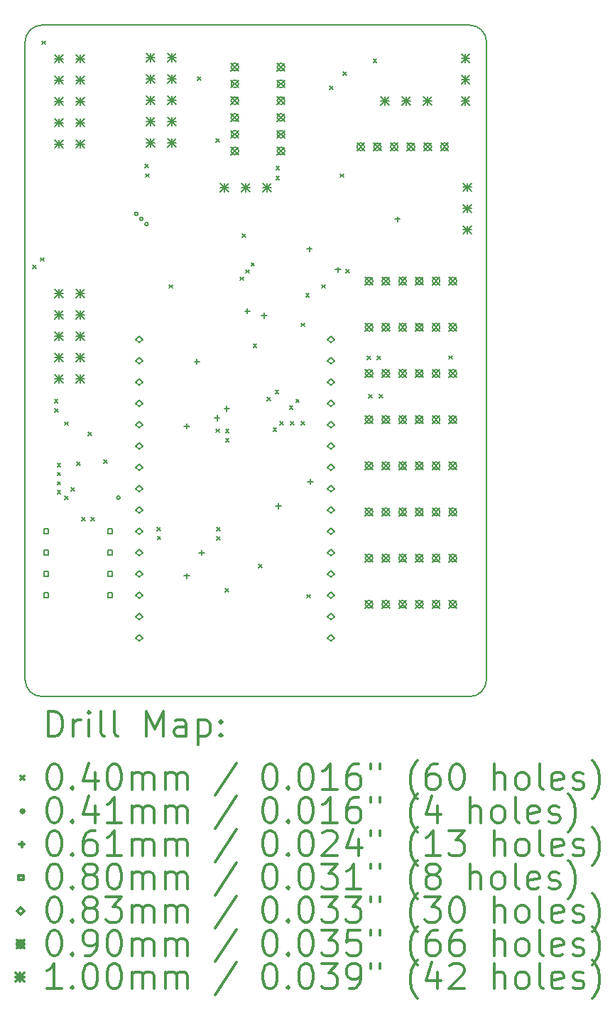
<source format=gbr>
%FSLAX45Y45*%
G04 Gerber Fmt 4.5, Leading zero omitted, Abs format (unit mm)*
G04 Created by KiCad (PCBNEW (5.0.0-rc2-190-gf634b7565)) date 07/09/18 23:28:30*
%MOMM*%
%LPD*%
G01*
G04 APERTURE LIST*
%ADD10C,0.200000*%
%ADD11C,0.300000*%
G04 APERTURE END LIST*
D10*
X18000000Y-12500000D02*
G75*
G02X17800000Y-12300000I0J200000D01*
G01*
X23100000Y-4500000D02*
G75*
G02X23300000Y-4700000I0J-200000D01*
G01*
X23300000Y-12300000D02*
G75*
G02X23100000Y-12500000I-200000J0D01*
G01*
X17800000Y-4700000D02*
G75*
G02X18000000Y-4500000I200000J0D01*
G01*
X17800000Y-4700000D02*
X17800000Y-12300000D01*
X23100000Y-4500000D02*
X18000000Y-4500000D01*
X23300000Y-12300000D02*
X23300000Y-4700000D01*
X18000000Y-12500000D02*
X23100000Y-12500000D01*
D10*
X17892900Y-7358999D02*
X17932900Y-7398999D01*
X17932900Y-7358999D02*
X17892900Y-7398999D01*
X17982124Y-7270424D02*
X18022124Y-7310424D01*
X18022124Y-7270424D02*
X17982124Y-7310424D01*
X18000000Y-4690000D02*
X18040000Y-4730000D01*
X18040000Y-4690000D02*
X18000000Y-4730000D01*
X18149193Y-8959332D02*
X18189193Y-8999332D01*
X18189193Y-8959332D02*
X18149193Y-8999332D01*
X18154520Y-9070960D02*
X18194520Y-9110960D01*
X18194520Y-9070960D02*
X18154520Y-9110960D01*
X18183462Y-9722240D02*
X18223462Y-9762240D01*
X18223462Y-9722240D02*
X18183462Y-9762240D01*
X18183480Y-9937839D02*
X18223480Y-9977839D01*
X18223480Y-9937839D02*
X18183480Y-9977839D01*
X18183480Y-10044520D02*
X18223480Y-10084520D01*
X18223480Y-10044520D02*
X18183480Y-10084520D01*
X18183854Y-9828964D02*
X18223854Y-9868964D01*
X18223854Y-9828964D02*
X18183854Y-9868964D01*
X18269840Y-9226640D02*
X18309840Y-9266640D01*
X18309840Y-9226640D02*
X18269840Y-9266640D01*
X18274228Y-10111479D02*
X18314228Y-10151479D01*
X18314228Y-10111479D02*
X18274228Y-10151479D01*
X18350000Y-10010000D02*
X18390000Y-10050000D01*
X18390000Y-10010000D02*
X18350000Y-10050000D01*
X18417160Y-9704160D02*
X18457160Y-9744160D01*
X18457160Y-9704160D02*
X18417160Y-9744160D01*
X18478120Y-10364559D02*
X18518120Y-10404559D01*
X18518120Y-10364559D02*
X18478120Y-10404559D01*
X18554320Y-9348560D02*
X18594320Y-9388560D01*
X18594320Y-9348560D02*
X18554320Y-9388560D01*
X18584800Y-10364559D02*
X18624800Y-10404559D01*
X18624800Y-10364559D02*
X18584800Y-10404559D01*
X18737200Y-9678754D02*
X18777200Y-9718754D01*
X18777200Y-9678754D02*
X18737200Y-9718754D01*
X19230934Y-6159331D02*
X19270934Y-6199331D01*
X19270934Y-6159331D02*
X19230934Y-6199331D01*
X19234989Y-6272007D02*
X19274989Y-6312007D01*
X19274989Y-6272007D02*
X19234989Y-6312007D01*
X19373594Y-10483980D02*
X19413594Y-10523980D01*
X19413594Y-10483980D02*
X19373594Y-10523980D01*
X19376605Y-10590619D02*
X19416605Y-10630619D01*
X19416605Y-10590619D02*
X19376605Y-10630619D01*
X19517281Y-7592680D02*
X19557281Y-7632680D01*
X19557281Y-7592680D02*
X19517281Y-7632680D01*
X19856320Y-5113640D02*
X19896320Y-5153640D01*
X19896320Y-5113640D02*
X19856320Y-5153640D01*
X20073240Y-9313000D02*
X20113240Y-9353000D01*
X20113240Y-9313000D02*
X20073240Y-9353000D01*
X20074760Y-5855320D02*
X20114760Y-5895320D01*
X20114760Y-5855320D02*
X20074760Y-5895320D01*
X20083400Y-10486480D02*
X20123400Y-10526480D01*
X20123400Y-10486480D02*
X20083400Y-10526480D01*
X20083400Y-10593160D02*
X20123400Y-10633160D01*
X20123400Y-10593160D02*
X20083400Y-10633160D01*
X20187540Y-11215460D02*
X20227540Y-11255460D01*
X20227540Y-11215460D02*
X20187540Y-11255460D01*
X20188915Y-9318538D02*
X20228915Y-9358538D01*
X20228915Y-9318538D02*
X20188915Y-9358538D01*
X20190170Y-9425212D02*
X20230170Y-9465212D01*
X20230170Y-9425212D02*
X20190170Y-9465212D01*
X20365284Y-7500144D02*
X20405284Y-7540144D01*
X20405284Y-7500144D02*
X20365284Y-7540144D01*
X20389720Y-6988160D02*
X20429720Y-7028160D01*
X20429720Y-6988160D02*
X20389720Y-7028160D01*
X20428849Y-7414468D02*
X20468849Y-7454468D01*
X20468849Y-7414468D02*
X20428849Y-7454468D01*
X20494067Y-7330044D02*
X20534067Y-7370044D01*
X20534067Y-7330044D02*
X20494067Y-7370044D01*
X20520000Y-8300000D02*
X20560000Y-8340000D01*
X20560000Y-8300000D02*
X20520000Y-8340000D01*
X20581240Y-10923360D02*
X20621240Y-10963360D01*
X20621240Y-10923360D02*
X20581240Y-10963360D01*
X20683908Y-8935609D02*
X20723908Y-8975609D01*
X20723908Y-8935609D02*
X20683908Y-8975609D01*
X20756400Y-9301730D02*
X20796400Y-9341730D01*
X20796400Y-9301730D02*
X20756400Y-9341730D01*
X20781698Y-8853058D02*
X20821698Y-8893058D01*
X20821698Y-8853058D02*
X20781698Y-8893058D01*
X20791037Y-6185728D02*
X20831037Y-6225728D01*
X20831037Y-6185728D02*
X20791037Y-6225728D01*
X20791037Y-6301134D02*
X20831037Y-6341134D01*
X20831037Y-6301134D02*
X20791037Y-6341134D01*
X20835240Y-9221560D02*
X20875240Y-9261560D01*
X20875240Y-9221560D02*
X20835240Y-9261560D01*
X20952080Y-9038680D02*
X20992080Y-9078680D01*
X20992080Y-9038680D02*
X20952080Y-9078680D01*
X20962240Y-9221560D02*
X21002240Y-9261560D01*
X21002240Y-9221560D02*
X20962240Y-9261560D01*
X21028280Y-8957400D02*
X21068280Y-8997400D01*
X21068280Y-8957400D02*
X21028280Y-8997400D01*
X21089240Y-9221560D02*
X21129240Y-9261560D01*
X21129240Y-9221560D02*
X21089240Y-9261560D01*
X21090760Y-8049880D02*
X21130760Y-8089880D01*
X21130760Y-8049880D02*
X21090760Y-8089880D01*
X21146639Y-7699360D02*
X21186639Y-7739360D01*
X21186639Y-7699360D02*
X21146639Y-7739360D01*
X21160360Y-11284040D02*
X21200360Y-11324040D01*
X21200360Y-11284040D02*
X21160360Y-11324040D01*
X21334600Y-7592680D02*
X21374600Y-7632680D01*
X21374600Y-7592680D02*
X21334600Y-7632680D01*
X21429117Y-5229135D02*
X21469117Y-5269135D01*
X21469117Y-5229135D02*
X21429117Y-5269135D01*
X21558120Y-6271880D02*
X21598120Y-6311880D01*
X21598120Y-6271880D02*
X21558120Y-6311880D01*
X21589984Y-5056921D02*
X21629984Y-5096921D01*
X21629984Y-5056921D02*
X21589984Y-5096921D01*
X21626419Y-7408211D02*
X21666419Y-7448211D01*
X21666419Y-7408211D02*
X21626419Y-7448211D01*
X21878160Y-8441040D02*
X21918160Y-8481040D01*
X21918160Y-8441040D02*
X21878160Y-8481040D01*
X21893400Y-8900779D02*
X21933400Y-8940779D01*
X21933400Y-8900779D02*
X21893400Y-8940779D01*
X21950000Y-4905000D02*
X21990000Y-4945000D01*
X21990000Y-4905000D02*
X21950000Y-4945000D01*
X22000080Y-8441040D02*
X22040080Y-8481040D01*
X22040080Y-8441040D02*
X22000080Y-8481040D01*
X22020400Y-8903320D02*
X22060400Y-8943320D01*
X22060400Y-8903320D02*
X22020400Y-8943320D01*
X22850000Y-8440000D02*
X22890000Y-8480000D01*
X22890000Y-8440000D02*
X22850000Y-8480000D01*
X18932460Y-10130560D02*
G75*
G03X18932460Y-10130560I-20320J0D01*
G01*
X19144800Y-6749080D02*
G75*
G03X19144800Y-6749080I-20320J0D01*
G01*
X19205760Y-6810040D02*
G75*
G03X19205760Y-6810040I-20320J0D01*
G01*
X19266720Y-6871000D02*
G75*
G03X19266720Y-6871000I-20320J0D01*
G01*
X19727480Y-9246640D02*
X19727480Y-9307600D01*
X19697000Y-9277120D02*
X19757960Y-9277120D01*
X19727480Y-11029720D02*
X19727480Y-11090680D01*
X19697000Y-11060200D02*
X19757960Y-11060200D01*
X19849400Y-8478156D02*
X19849400Y-8539116D01*
X19818920Y-8508636D02*
X19879880Y-8508636D01*
X19905279Y-10755400D02*
X19905279Y-10816360D01*
X19874799Y-10785880D02*
X19935759Y-10785880D01*
X20090000Y-9149520D02*
X20090000Y-9210480D01*
X20059520Y-9180000D02*
X20120480Y-9180000D01*
X20205000Y-9038360D02*
X20205000Y-9099320D01*
X20174520Y-9068840D02*
X20235480Y-9068840D01*
X20450000Y-7877556D02*
X20450000Y-7938516D01*
X20419520Y-7908036D02*
X20480480Y-7908036D01*
X20649485Y-7929520D02*
X20649485Y-7990480D01*
X20619005Y-7960000D02*
X20679965Y-7960000D01*
X20820000Y-10199520D02*
X20820000Y-10260480D01*
X20789520Y-10230000D02*
X20850480Y-10230000D01*
X21190000Y-7137556D02*
X21190000Y-7198516D01*
X21159520Y-7168036D02*
X21220480Y-7168036D01*
X21200680Y-9907040D02*
X21200680Y-9968000D01*
X21170200Y-9937520D02*
X21231160Y-9937520D01*
X21530512Y-7382994D02*
X21530512Y-7443954D01*
X21500032Y-7413474D02*
X21560992Y-7413474D01*
X22238519Y-6779560D02*
X22238519Y-6840520D01*
X22208039Y-6810040D02*
X22268999Y-6810040D01*
X18078285Y-10558285D02*
X18078285Y-10501716D01*
X18021716Y-10501716D01*
X18021716Y-10558285D01*
X18078285Y-10558285D01*
X18078285Y-10812285D02*
X18078285Y-10755716D01*
X18021716Y-10755716D01*
X18021716Y-10812285D01*
X18078285Y-10812285D01*
X18078285Y-11066285D02*
X18078285Y-11009716D01*
X18021716Y-11009716D01*
X18021716Y-11066285D01*
X18078285Y-11066285D01*
X18078285Y-11320284D02*
X18078285Y-11263715D01*
X18021716Y-11263715D01*
X18021716Y-11320284D01*
X18078285Y-11320284D01*
X18840285Y-10558285D02*
X18840285Y-10501716D01*
X18783716Y-10501716D01*
X18783716Y-10558285D01*
X18840285Y-10558285D01*
X18840285Y-10812285D02*
X18840285Y-10755716D01*
X18783716Y-10755716D01*
X18783716Y-10812285D01*
X18840285Y-10812285D01*
X18840285Y-11066285D02*
X18840285Y-11009716D01*
X18783716Y-11009716D01*
X18783716Y-11066285D01*
X18840285Y-11066285D01*
X18840285Y-11320284D02*
X18840285Y-11263715D01*
X18783716Y-11263715D01*
X18783716Y-11320284D01*
X18840285Y-11320284D01*
X19157000Y-8285750D02*
X19198750Y-8244000D01*
X19157000Y-8202250D01*
X19115250Y-8244000D01*
X19157000Y-8285750D01*
X19157000Y-8539750D02*
X19198750Y-8498000D01*
X19157000Y-8456250D01*
X19115250Y-8498000D01*
X19157000Y-8539750D01*
X19157000Y-8793750D02*
X19198750Y-8752000D01*
X19157000Y-8710250D01*
X19115250Y-8752000D01*
X19157000Y-8793750D01*
X19157000Y-9047750D02*
X19198750Y-9006000D01*
X19157000Y-8964250D01*
X19115250Y-9006000D01*
X19157000Y-9047750D01*
X19157000Y-9301750D02*
X19198750Y-9260000D01*
X19157000Y-9218250D01*
X19115250Y-9260000D01*
X19157000Y-9301750D01*
X19157000Y-9555750D02*
X19198750Y-9514000D01*
X19157000Y-9472250D01*
X19115250Y-9514000D01*
X19157000Y-9555750D01*
X19157000Y-9809750D02*
X19198750Y-9768000D01*
X19157000Y-9726250D01*
X19115250Y-9768000D01*
X19157000Y-9809750D01*
X19157000Y-10063750D02*
X19198750Y-10022000D01*
X19157000Y-9980250D01*
X19115250Y-10022000D01*
X19157000Y-10063750D01*
X19157000Y-10317750D02*
X19198750Y-10276000D01*
X19157000Y-10234250D01*
X19115250Y-10276000D01*
X19157000Y-10317750D01*
X19157000Y-10571750D02*
X19198750Y-10530000D01*
X19157000Y-10488250D01*
X19115250Y-10530000D01*
X19157000Y-10571750D01*
X19157000Y-10825750D02*
X19198750Y-10784000D01*
X19157000Y-10742250D01*
X19115250Y-10784000D01*
X19157000Y-10825750D01*
X19157000Y-11079750D02*
X19198750Y-11038000D01*
X19157000Y-10996250D01*
X19115250Y-11038000D01*
X19157000Y-11079750D01*
X19157000Y-11333750D02*
X19198750Y-11292000D01*
X19157000Y-11250250D01*
X19115250Y-11292000D01*
X19157000Y-11333750D01*
X19157000Y-11587750D02*
X19198750Y-11546000D01*
X19157000Y-11504250D01*
X19115250Y-11546000D01*
X19157000Y-11587750D01*
X19157000Y-11841750D02*
X19198750Y-11800000D01*
X19157000Y-11758250D01*
X19115250Y-11800000D01*
X19157000Y-11841750D01*
X21443000Y-8285750D02*
X21484750Y-8244000D01*
X21443000Y-8202250D01*
X21401250Y-8244000D01*
X21443000Y-8285750D01*
X21443000Y-8539750D02*
X21484750Y-8498000D01*
X21443000Y-8456250D01*
X21401250Y-8498000D01*
X21443000Y-8539750D01*
X21443000Y-8793750D02*
X21484750Y-8752000D01*
X21443000Y-8710250D01*
X21401250Y-8752000D01*
X21443000Y-8793750D01*
X21443000Y-9047750D02*
X21484750Y-9006000D01*
X21443000Y-8964250D01*
X21401250Y-9006000D01*
X21443000Y-9047750D01*
X21443000Y-9301750D02*
X21484750Y-9260000D01*
X21443000Y-9218250D01*
X21401250Y-9260000D01*
X21443000Y-9301750D01*
X21443000Y-9555750D02*
X21484750Y-9514000D01*
X21443000Y-9472250D01*
X21401250Y-9514000D01*
X21443000Y-9555750D01*
X21443000Y-9809750D02*
X21484750Y-9768000D01*
X21443000Y-9726250D01*
X21401250Y-9768000D01*
X21443000Y-9809750D01*
X21443000Y-10063750D02*
X21484750Y-10022000D01*
X21443000Y-9980250D01*
X21401250Y-10022000D01*
X21443000Y-10063750D01*
X21443000Y-10317750D02*
X21484750Y-10276000D01*
X21443000Y-10234250D01*
X21401250Y-10276000D01*
X21443000Y-10317750D01*
X21443000Y-10571750D02*
X21484750Y-10530000D01*
X21443000Y-10488250D01*
X21401250Y-10530000D01*
X21443000Y-10571750D01*
X21443000Y-10825750D02*
X21484750Y-10784000D01*
X21443000Y-10742250D01*
X21401250Y-10784000D01*
X21443000Y-10825750D01*
X21443000Y-11079750D02*
X21484750Y-11038000D01*
X21443000Y-10996250D01*
X21401250Y-11038000D01*
X21443000Y-11079750D01*
X21443000Y-11333750D02*
X21484750Y-11292000D01*
X21443000Y-11250250D01*
X21401250Y-11292000D01*
X21443000Y-11333750D01*
X21443000Y-11587750D02*
X21484750Y-11546000D01*
X21443000Y-11504250D01*
X21401250Y-11546000D01*
X21443000Y-11587750D01*
X21443000Y-11841750D02*
X21484750Y-11800000D01*
X21443000Y-11758250D01*
X21401250Y-11800000D01*
X21443000Y-11841750D01*
X20255000Y-4955000D02*
X20345000Y-5045000D01*
X20345000Y-4955000D02*
X20255000Y-5045000D01*
X20345000Y-5000000D02*
G75*
G03X20345000Y-5000000I-45000J0D01*
G01*
X20255000Y-5155000D02*
X20345000Y-5245000D01*
X20345000Y-5155000D02*
X20255000Y-5245000D01*
X20345000Y-5200000D02*
G75*
G03X20345000Y-5200000I-45000J0D01*
G01*
X20255000Y-5355000D02*
X20345000Y-5445000D01*
X20345000Y-5355000D02*
X20255000Y-5445000D01*
X20345000Y-5400000D02*
G75*
G03X20345000Y-5400000I-45000J0D01*
G01*
X20255000Y-5555000D02*
X20345000Y-5645000D01*
X20345000Y-5555000D02*
X20255000Y-5645000D01*
X20345000Y-5600000D02*
G75*
G03X20345000Y-5600000I-45000J0D01*
G01*
X20255000Y-5755000D02*
X20345000Y-5845000D01*
X20345000Y-5755000D02*
X20255000Y-5845000D01*
X20345000Y-5800000D02*
G75*
G03X20345000Y-5800000I-45000J0D01*
G01*
X20255000Y-5955000D02*
X20345000Y-6045000D01*
X20345000Y-5955000D02*
X20255000Y-6045000D01*
X20345000Y-6000000D02*
G75*
G03X20345000Y-6000000I-45000J0D01*
G01*
X21855000Y-9705000D02*
X21945000Y-9795000D01*
X21945000Y-9705000D02*
X21855000Y-9795000D01*
X21945000Y-9750000D02*
G75*
G03X21945000Y-9750000I-45000J0D01*
G01*
X22055000Y-9705000D02*
X22145000Y-9795000D01*
X22145000Y-9705000D02*
X22055000Y-9795000D01*
X22145000Y-9750000D02*
G75*
G03X22145000Y-9750000I-45000J0D01*
G01*
X22255000Y-9705000D02*
X22345000Y-9795000D01*
X22345000Y-9705000D02*
X22255000Y-9795000D01*
X22345000Y-9750000D02*
G75*
G03X22345000Y-9750000I-45000J0D01*
G01*
X22455000Y-9705000D02*
X22545000Y-9795000D01*
X22545000Y-9705000D02*
X22455000Y-9795000D01*
X22545000Y-9750000D02*
G75*
G03X22545000Y-9750000I-45000J0D01*
G01*
X22655000Y-9705000D02*
X22745000Y-9795000D01*
X22745000Y-9705000D02*
X22655000Y-9795000D01*
X22745000Y-9750000D02*
G75*
G03X22745000Y-9750000I-45000J0D01*
G01*
X22855000Y-9705000D02*
X22945000Y-9795000D01*
X22945000Y-9705000D02*
X22855000Y-9795000D01*
X22945000Y-9750000D02*
G75*
G03X22945000Y-9750000I-45000J0D01*
G01*
X21855000Y-7505000D02*
X21945000Y-7595000D01*
X21945000Y-7505000D02*
X21855000Y-7595000D01*
X21945000Y-7550000D02*
G75*
G03X21945000Y-7550000I-45000J0D01*
G01*
X22055000Y-7505000D02*
X22145000Y-7595000D01*
X22145000Y-7505000D02*
X22055000Y-7595000D01*
X22145000Y-7550000D02*
G75*
G03X22145000Y-7550000I-45000J0D01*
G01*
X22255000Y-7505000D02*
X22345000Y-7595000D01*
X22345000Y-7505000D02*
X22255000Y-7595000D01*
X22345000Y-7550000D02*
G75*
G03X22345000Y-7550000I-45000J0D01*
G01*
X22455000Y-7505000D02*
X22545000Y-7595000D01*
X22545000Y-7505000D02*
X22455000Y-7595000D01*
X22545000Y-7550000D02*
G75*
G03X22545000Y-7550000I-45000J0D01*
G01*
X22655000Y-7505000D02*
X22745000Y-7595000D01*
X22745000Y-7505000D02*
X22655000Y-7595000D01*
X22745000Y-7550000D02*
G75*
G03X22745000Y-7550000I-45000J0D01*
G01*
X22855000Y-7505000D02*
X22945000Y-7595000D01*
X22945000Y-7505000D02*
X22855000Y-7595000D01*
X22945000Y-7550000D02*
G75*
G03X22945000Y-7550000I-45000J0D01*
G01*
X21755000Y-5905000D02*
X21845000Y-5995000D01*
X21845000Y-5905000D02*
X21755000Y-5995000D01*
X21845000Y-5950000D02*
G75*
G03X21845000Y-5950000I-45000J0D01*
G01*
X21955000Y-5905000D02*
X22045000Y-5995000D01*
X22045000Y-5905000D02*
X21955000Y-5995000D01*
X22045000Y-5950000D02*
G75*
G03X22045000Y-5950000I-45000J0D01*
G01*
X22155000Y-5905000D02*
X22245000Y-5995000D01*
X22245000Y-5905000D02*
X22155000Y-5995000D01*
X22245000Y-5950000D02*
G75*
G03X22245000Y-5950000I-45000J0D01*
G01*
X22355000Y-5905000D02*
X22445000Y-5995000D01*
X22445000Y-5905000D02*
X22355000Y-5995000D01*
X22445000Y-5950000D02*
G75*
G03X22445000Y-5950000I-45000J0D01*
G01*
X22555000Y-5905000D02*
X22645000Y-5995000D01*
X22645000Y-5905000D02*
X22555000Y-5995000D01*
X22645000Y-5950000D02*
G75*
G03X22645000Y-5950000I-45000J0D01*
G01*
X22755000Y-5905000D02*
X22845000Y-5995000D01*
X22845000Y-5905000D02*
X22755000Y-5995000D01*
X22845000Y-5950000D02*
G75*
G03X22845000Y-5950000I-45000J0D01*
G01*
X21855000Y-10805000D02*
X21945000Y-10895000D01*
X21945000Y-10805000D02*
X21855000Y-10895000D01*
X21945000Y-10850000D02*
G75*
G03X21945000Y-10850000I-45000J0D01*
G01*
X22055000Y-10805000D02*
X22145000Y-10895000D01*
X22145000Y-10805000D02*
X22055000Y-10895000D01*
X22145000Y-10850000D02*
G75*
G03X22145000Y-10850000I-45000J0D01*
G01*
X22255000Y-10805000D02*
X22345000Y-10895000D01*
X22345000Y-10805000D02*
X22255000Y-10895000D01*
X22345000Y-10850000D02*
G75*
G03X22345000Y-10850000I-45000J0D01*
G01*
X22455000Y-10805000D02*
X22545000Y-10895000D01*
X22545000Y-10805000D02*
X22455000Y-10895000D01*
X22545000Y-10850000D02*
G75*
G03X22545000Y-10850000I-45000J0D01*
G01*
X22655000Y-10805000D02*
X22745000Y-10895000D01*
X22745000Y-10805000D02*
X22655000Y-10895000D01*
X22745000Y-10850000D02*
G75*
G03X22745000Y-10850000I-45000J0D01*
G01*
X22855000Y-10805000D02*
X22945000Y-10895000D01*
X22945000Y-10805000D02*
X22855000Y-10895000D01*
X22945000Y-10850000D02*
G75*
G03X22945000Y-10850000I-45000J0D01*
G01*
X21855000Y-10255000D02*
X21945000Y-10345000D01*
X21945000Y-10255000D02*
X21855000Y-10345000D01*
X21945000Y-10300000D02*
G75*
G03X21945000Y-10300000I-45000J0D01*
G01*
X22055000Y-10255000D02*
X22145000Y-10345000D01*
X22145000Y-10255000D02*
X22055000Y-10345000D01*
X22145000Y-10300000D02*
G75*
G03X22145000Y-10300000I-45000J0D01*
G01*
X22255000Y-10255000D02*
X22345000Y-10345000D01*
X22345000Y-10255000D02*
X22255000Y-10345000D01*
X22345000Y-10300000D02*
G75*
G03X22345000Y-10300000I-45000J0D01*
G01*
X22455000Y-10255000D02*
X22545000Y-10345000D01*
X22545000Y-10255000D02*
X22455000Y-10345000D01*
X22545000Y-10300000D02*
G75*
G03X22545000Y-10300000I-45000J0D01*
G01*
X22655000Y-10255000D02*
X22745000Y-10345000D01*
X22745000Y-10255000D02*
X22655000Y-10345000D01*
X22745000Y-10300000D02*
G75*
G03X22745000Y-10300000I-45000J0D01*
G01*
X22855000Y-10255000D02*
X22945000Y-10345000D01*
X22945000Y-10255000D02*
X22855000Y-10345000D01*
X22945000Y-10300000D02*
G75*
G03X22945000Y-10300000I-45000J0D01*
G01*
X21855000Y-11355000D02*
X21945000Y-11445000D01*
X21945000Y-11355000D02*
X21855000Y-11445000D01*
X21945000Y-11400000D02*
G75*
G03X21945000Y-11400000I-45000J0D01*
G01*
X22055000Y-11355000D02*
X22145000Y-11445000D01*
X22145000Y-11355000D02*
X22055000Y-11445000D01*
X22145000Y-11400000D02*
G75*
G03X22145000Y-11400000I-45000J0D01*
G01*
X22255000Y-11355000D02*
X22345000Y-11445000D01*
X22345000Y-11355000D02*
X22255000Y-11445000D01*
X22345000Y-11400000D02*
G75*
G03X22345000Y-11400000I-45000J0D01*
G01*
X22455000Y-11355000D02*
X22545000Y-11445000D01*
X22545000Y-11355000D02*
X22455000Y-11445000D01*
X22545000Y-11400000D02*
G75*
G03X22545000Y-11400000I-45000J0D01*
G01*
X22655000Y-11355000D02*
X22745000Y-11445000D01*
X22745000Y-11355000D02*
X22655000Y-11445000D01*
X22745000Y-11400000D02*
G75*
G03X22745000Y-11400000I-45000J0D01*
G01*
X22855000Y-11355000D02*
X22945000Y-11445000D01*
X22945000Y-11355000D02*
X22855000Y-11445000D01*
X22945000Y-11400000D02*
G75*
G03X22945000Y-11400000I-45000J0D01*
G01*
X20805000Y-4955000D02*
X20895000Y-5045000D01*
X20895000Y-4955000D02*
X20805000Y-5045000D01*
X20895000Y-5000000D02*
G75*
G03X20895000Y-5000000I-45000J0D01*
G01*
X20805000Y-5155000D02*
X20895000Y-5245000D01*
X20895000Y-5155000D02*
X20805000Y-5245000D01*
X20895000Y-5200000D02*
G75*
G03X20895000Y-5200000I-45000J0D01*
G01*
X20805000Y-5355000D02*
X20895000Y-5445000D01*
X20895000Y-5355000D02*
X20805000Y-5445000D01*
X20895000Y-5400000D02*
G75*
G03X20895000Y-5400000I-45000J0D01*
G01*
X20805000Y-5555000D02*
X20895000Y-5645000D01*
X20895000Y-5555000D02*
X20805000Y-5645000D01*
X20895000Y-5600000D02*
G75*
G03X20895000Y-5600000I-45000J0D01*
G01*
X20805000Y-5755000D02*
X20895000Y-5845000D01*
X20895000Y-5755000D02*
X20805000Y-5845000D01*
X20895000Y-5800000D02*
G75*
G03X20895000Y-5800000I-45000J0D01*
G01*
X20805000Y-5955000D02*
X20895000Y-6045000D01*
X20895000Y-5955000D02*
X20805000Y-6045000D01*
X20895000Y-6000000D02*
G75*
G03X20895000Y-6000000I-45000J0D01*
G01*
X21855000Y-8055000D02*
X21945000Y-8145000D01*
X21945000Y-8055000D02*
X21855000Y-8145000D01*
X21945000Y-8100000D02*
G75*
G03X21945000Y-8100000I-45000J0D01*
G01*
X22055000Y-8055000D02*
X22145000Y-8145000D01*
X22145000Y-8055000D02*
X22055000Y-8145000D01*
X22145000Y-8100000D02*
G75*
G03X22145000Y-8100000I-45000J0D01*
G01*
X22255000Y-8055000D02*
X22345000Y-8145000D01*
X22345000Y-8055000D02*
X22255000Y-8145000D01*
X22345000Y-8100000D02*
G75*
G03X22345000Y-8100000I-45000J0D01*
G01*
X22455000Y-8055000D02*
X22545000Y-8145000D01*
X22545000Y-8055000D02*
X22455000Y-8145000D01*
X22545000Y-8100000D02*
G75*
G03X22545000Y-8100000I-45000J0D01*
G01*
X22655000Y-8055000D02*
X22745000Y-8145000D01*
X22745000Y-8055000D02*
X22655000Y-8145000D01*
X22745000Y-8100000D02*
G75*
G03X22745000Y-8100000I-45000J0D01*
G01*
X22855000Y-8055000D02*
X22945000Y-8145000D01*
X22945000Y-8055000D02*
X22855000Y-8145000D01*
X22945000Y-8100000D02*
G75*
G03X22945000Y-8100000I-45000J0D01*
G01*
X21855000Y-9155000D02*
X21945000Y-9245000D01*
X21945000Y-9155000D02*
X21855000Y-9245000D01*
X21945000Y-9200000D02*
G75*
G03X21945000Y-9200000I-45000J0D01*
G01*
X22055000Y-9155000D02*
X22145000Y-9245000D01*
X22145000Y-9155000D02*
X22055000Y-9245000D01*
X22145000Y-9200000D02*
G75*
G03X22145000Y-9200000I-45000J0D01*
G01*
X22255000Y-9155000D02*
X22345000Y-9245000D01*
X22345000Y-9155000D02*
X22255000Y-9245000D01*
X22345000Y-9200000D02*
G75*
G03X22345000Y-9200000I-45000J0D01*
G01*
X22455000Y-9155000D02*
X22545000Y-9245000D01*
X22545000Y-9155000D02*
X22455000Y-9245000D01*
X22545000Y-9200000D02*
G75*
G03X22545000Y-9200000I-45000J0D01*
G01*
X22655000Y-9155000D02*
X22745000Y-9245000D01*
X22745000Y-9155000D02*
X22655000Y-9245000D01*
X22745000Y-9200000D02*
G75*
G03X22745000Y-9200000I-45000J0D01*
G01*
X22855000Y-9155000D02*
X22945000Y-9245000D01*
X22945000Y-9155000D02*
X22855000Y-9245000D01*
X22945000Y-9200000D02*
G75*
G03X22945000Y-9200000I-45000J0D01*
G01*
X21855000Y-8605000D02*
X21945000Y-8695000D01*
X21945000Y-8605000D02*
X21855000Y-8695000D01*
X21945000Y-8650000D02*
G75*
G03X21945000Y-8650000I-45000J0D01*
G01*
X22055000Y-8605000D02*
X22145000Y-8695000D01*
X22145000Y-8605000D02*
X22055000Y-8695000D01*
X22145000Y-8650000D02*
G75*
G03X22145000Y-8650000I-45000J0D01*
G01*
X22255000Y-8605000D02*
X22345000Y-8695000D01*
X22345000Y-8605000D02*
X22255000Y-8695000D01*
X22345000Y-8650000D02*
G75*
G03X22345000Y-8650000I-45000J0D01*
G01*
X22455000Y-8605000D02*
X22545000Y-8695000D01*
X22545000Y-8605000D02*
X22455000Y-8695000D01*
X22545000Y-8650000D02*
G75*
G03X22545000Y-8650000I-45000J0D01*
G01*
X22655000Y-8605000D02*
X22745000Y-8695000D01*
X22745000Y-8605000D02*
X22655000Y-8695000D01*
X22745000Y-8650000D02*
G75*
G03X22745000Y-8650000I-45000J0D01*
G01*
X22855000Y-8605000D02*
X22945000Y-8695000D01*
X22945000Y-8605000D02*
X22855000Y-8695000D01*
X22945000Y-8650000D02*
G75*
G03X22945000Y-8650000I-45000J0D01*
G01*
X23020000Y-6382000D02*
X23120000Y-6482000D01*
X23120000Y-6382000D02*
X23020000Y-6482000D01*
X23070000Y-6382000D02*
X23070000Y-6482000D01*
X23020000Y-6432000D02*
X23120000Y-6432000D01*
X23020000Y-6636000D02*
X23120000Y-6736000D01*
X23120000Y-6636000D02*
X23020000Y-6736000D01*
X23070000Y-6636000D02*
X23070000Y-6736000D01*
X23020000Y-6686000D02*
X23120000Y-6686000D01*
X23020000Y-6890000D02*
X23120000Y-6990000D01*
X23120000Y-6890000D02*
X23020000Y-6990000D01*
X23070000Y-6890000D02*
X23070000Y-6990000D01*
X23020000Y-6940000D02*
X23120000Y-6940000D01*
X22042000Y-5350000D02*
X22142000Y-5450000D01*
X22142000Y-5350000D02*
X22042000Y-5450000D01*
X22092000Y-5350000D02*
X22092000Y-5450000D01*
X22042000Y-5400000D02*
X22142000Y-5400000D01*
X22296000Y-5350000D02*
X22396000Y-5450000D01*
X22396000Y-5350000D02*
X22296000Y-5450000D01*
X22346000Y-5350000D02*
X22346000Y-5450000D01*
X22296000Y-5400000D02*
X22396000Y-5400000D01*
X22550000Y-5350000D02*
X22650000Y-5450000D01*
X22650000Y-5350000D02*
X22550000Y-5450000D01*
X22600000Y-5350000D02*
X22600000Y-5450000D01*
X22550000Y-5400000D02*
X22650000Y-5400000D01*
X19246000Y-4834000D02*
X19346000Y-4934000D01*
X19346000Y-4834000D02*
X19246000Y-4934000D01*
X19296000Y-4834000D02*
X19296000Y-4934000D01*
X19246000Y-4884000D02*
X19346000Y-4884000D01*
X19246000Y-5088000D02*
X19346000Y-5188000D01*
X19346000Y-5088000D02*
X19246000Y-5188000D01*
X19296000Y-5088000D02*
X19296000Y-5188000D01*
X19246000Y-5138000D02*
X19346000Y-5138000D01*
X19246000Y-5342000D02*
X19346000Y-5442000D01*
X19346000Y-5342000D02*
X19246000Y-5442000D01*
X19296000Y-5342000D02*
X19296000Y-5442000D01*
X19246000Y-5392000D02*
X19346000Y-5392000D01*
X19246000Y-5596000D02*
X19346000Y-5696000D01*
X19346000Y-5596000D02*
X19246000Y-5696000D01*
X19296000Y-5596000D02*
X19296000Y-5696000D01*
X19246000Y-5646000D02*
X19346000Y-5646000D01*
X19246000Y-5850000D02*
X19346000Y-5950000D01*
X19346000Y-5850000D02*
X19246000Y-5950000D01*
X19296000Y-5850000D02*
X19296000Y-5950000D01*
X19246000Y-5900000D02*
X19346000Y-5900000D01*
X19500000Y-4834000D02*
X19600000Y-4934000D01*
X19600000Y-4834000D02*
X19500000Y-4934000D01*
X19550000Y-4834000D02*
X19550000Y-4934000D01*
X19500000Y-4884000D02*
X19600000Y-4884000D01*
X19500000Y-5088000D02*
X19600000Y-5188000D01*
X19600000Y-5088000D02*
X19500000Y-5188000D01*
X19550000Y-5088000D02*
X19550000Y-5188000D01*
X19500000Y-5138000D02*
X19600000Y-5138000D01*
X19500000Y-5342000D02*
X19600000Y-5442000D01*
X19600000Y-5342000D02*
X19500000Y-5442000D01*
X19550000Y-5342000D02*
X19550000Y-5442000D01*
X19500000Y-5392000D02*
X19600000Y-5392000D01*
X19500000Y-5596000D02*
X19600000Y-5696000D01*
X19600000Y-5596000D02*
X19500000Y-5696000D01*
X19550000Y-5596000D02*
X19550000Y-5696000D01*
X19500000Y-5646000D02*
X19600000Y-5646000D01*
X19500000Y-5850000D02*
X19600000Y-5950000D01*
X19600000Y-5850000D02*
X19500000Y-5950000D01*
X19550000Y-5850000D02*
X19550000Y-5950000D01*
X19500000Y-5900000D02*
X19600000Y-5900000D01*
X23000000Y-4842000D02*
X23100000Y-4942000D01*
X23100000Y-4842000D02*
X23000000Y-4942000D01*
X23050000Y-4842000D02*
X23050000Y-4942000D01*
X23000000Y-4892000D02*
X23100000Y-4892000D01*
X23000000Y-5096000D02*
X23100000Y-5196000D01*
X23100000Y-5096000D02*
X23000000Y-5196000D01*
X23050000Y-5096000D02*
X23050000Y-5196000D01*
X23000000Y-5146000D02*
X23100000Y-5146000D01*
X23000000Y-5350000D02*
X23100000Y-5450000D01*
X23100000Y-5350000D02*
X23000000Y-5450000D01*
X23050000Y-5350000D02*
X23050000Y-5450000D01*
X23000000Y-5400000D02*
X23100000Y-5400000D01*
X20123500Y-6389200D02*
X20223500Y-6489200D01*
X20223500Y-6389200D02*
X20123500Y-6489200D01*
X20173500Y-6389200D02*
X20173500Y-6489200D01*
X20123500Y-6439200D02*
X20223500Y-6439200D01*
X20377500Y-6389200D02*
X20477500Y-6489200D01*
X20477500Y-6389200D02*
X20377500Y-6489200D01*
X20427500Y-6389200D02*
X20427500Y-6489200D01*
X20377500Y-6439200D02*
X20477500Y-6439200D01*
X20631500Y-6389200D02*
X20731500Y-6489200D01*
X20731500Y-6389200D02*
X20631500Y-6489200D01*
X20681500Y-6389200D02*
X20681500Y-6489200D01*
X20631500Y-6439200D02*
X20731500Y-6439200D01*
X18150000Y-4850000D02*
X18250000Y-4950000D01*
X18250000Y-4850000D02*
X18150000Y-4950000D01*
X18200000Y-4850000D02*
X18200000Y-4950000D01*
X18150000Y-4900000D02*
X18250000Y-4900000D01*
X18150000Y-5104000D02*
X18250000Y-5204000D01*
X18250000Y-5104000D02*
X18150000Y-5204000D01*
X18200000Y-5104000D02*
X18200000Y-5204000D01*
X18150000Y-5154000D02*
X18250000Y-5154000D01*
X18150000Y-5358000D02*
X18250000Y-5458000D01*
X18250000Y-5358000D02*
X18150000Y-5458000D01*
X18200000Y-5358000D02*
X18200000Y-5458000D01*
X18150000Y-5408000D02*
X18250000Y-5408000D01*
X18150000Y-5612000D02*
X18250000Y-5712000D01*
X18250000Y-5612000D02*
X18150000Y-5712000D01*
X18200000Y-5612000D02*
X18200000Y-5712000D01*
X18150000Y-5662000D02*
X18250000Y-5662000D01*
X18150000Y-5866000D02*
X18250000Y-5966000D01*
X18250000Y-5866000D02*
X18150000Y-5966000D01*
X18200000Y-5866000D02*
X18200000Y-5966000D01*
X18150000Y-5916000D02*
X18250000Y-5916000D01*
X18404000Y-4850000D02*
X18504000Y-4950000D01*
X18504000Y-4850000D02*
X18404000Y-4950000D01*
X18454000Y-4850000D02*
X18454000Y-4950000D01*
X18404000Y-4900000D02*
X18504000Y-4900000D01*
X18404000Y-5104000D02*
X18504000Y-5204000D01*
X18504000Y-5104000D02*
X18404000Y-5204000D01*
X18454000Y-5104000D02*
X18454000Y-5204000D01*
X18404000Y-5154000D02*
X18504000Y-5154000D01*
X18404000Y-5358000D02*
X18504000Y-5458000D01*
X18504000Y-5358000D02*
X18404000Y-5458000D01*
X18454000Y-5358000D02*
X18454000Y-5458000D01*
X18404000Y-5408000D02*
X18504000Y-5408000D01*
X18404000Y-5612000D02*
X18504000Y-5712000D01*
X18504000Y-5612000D02*
X18404000Y-5712000D01*
X18454000Y-5612000D02*
X18454000Y-5712000D01*
X18404000Y-5662000D02*
X18504000Y-5662000D01*
X18404000Y-5866000D02*
X18504000Y-5966000D01*
X18504000Y-5866000D02*
X18404000Y-5966000D01*
X18454000Y-5866000D02*
X18454000Y-5966000D01*
X18404000Y-5916000D02*
X18504000Y-5916000D01*
X18150000Y-7650000D02*
X18250000Y-7750000D01*
X18250000Y-7650000D02*
X18150000Y-7750000D01*
X18200000Y-7650000D02*
X18200000Y-7750000D01*
X18150000Y-7700000D02*
X18250000Y-7700000D01*
X18150000Y-7904000D02*
X18250000Y-8004000D01*
X18250000Y-7904000D02*
X18150000Y-8004000D01*
X18200000Y-7904000D02*
X18200000Y-8004000D01*
X18150000Y-7954000D02*
X18250000Y-7954000D01*
X18150000Y-8158000D02*
X18250000Y-8258000D01*
X18250000Y-8158000D02*
X18150000Y-8258000D01*
X18200000Y-8158000D02*
X18200000Y-8258000D01*
X18150000Y-8208000D02*
X18250000Y-8208000D01*
X18150000Y-8412000D02*
X18250000Y-8512000D01*
X18250000Y-8412000D02*
X18150000Y-8512000D01*
X18200000Y-8412000D02*
X18200000Y-8512000D01*
X18150000Y-8462000D02*
X18250000Y-8462000D01*
X18150000Y-8666000D02*
X18250000Y-8766000D01*
X18250000Y-8666000D02*
X18150000Y-8766000D01*
X18200000Y-8666000D02*
X18200000Y-8766000D01*
X18150000Y-8716000D02*
X18250000Y-8716000D01*
X18404000Y-7650000D02*
X18504000Y-7750000D01*
X18504000Y-7650000D02*
X18404000Y-7750000D01*
X18454000Y-7650000D02*
X18454000Y-7750000D01*
X18404000Y-7700000D02*
X18504000Y-7700000D01*
X18404000Y-7904000D02*
X18504000Y-8004000D01*
X18504000Y-7904000D02*
X18404000Y-8004000D01*
X18454000Y-7904000D02*
X18454000Y-8004000D01*
X18404000Y-7954000D02*
X18504000Y-7954000D01*
X18404000Y-8158000D02*
X18504000Y-8258000D01*
X18504000Y-8158000D02*
X18404000Y-8258000D01*
X18454000Y-8158000D02*
X18454000Y-8258000D01*
X18404000Y-8208000D02*
X18504000Y-8208000D01*
X18404000Y-8412000D02*
X18504000Y-8512000D01*
X18504000Y-8412000D02*
X18404000Y-8512000D01*
X18454000Y-8412000D02*
X18454000Y-8512000D01*
X18404000Y-8462000D02*
X18504000Y-8462000D01*
X18404000Y-8666000D02*
X18504000Y-8766000D01*
X18504000Y-8666000D02*
X18404000Y-8766000D01*
X18454000Y-8666000D02*
X18454000Y-8766000D01*
X18404000Y-8716000D02*
X18504000Y-8716000D01*
D11*
X18076428Y-12975714D02*
X18076428Y-12675714D01*
X18147857Y-12675714D01*
X18190714Y-12690000D01*
X18219286Y-12718571D01*
X18233571Y-12747143D01*
X18247857Y-12804286D01*
X18247857Y-12847143D01*
X18233571Y-12904286D01*
X18219286Y-12932857D01*
X18190714Y-12961429D01*
X18147857Y-12975714D01*
X18076428Y-12975714D01*
X18376428Y-12975714D02*
X18376428Y-12775714D01*
X18376428Y-12832857D02*
X18390714Y-12804286D01*
X18405000Y-12790000D01*
X18433571Y-12775714D01*
X18462143Y-12775714D01*
X18562143Y-12975714D02*
X18562143Y-12775714D01*
X18562143Y-12675714D02*
X18547857Y-12690000D01*
X18562143Y-12704286D01*
X18576428Y-12690000D01*
X18562143Y-12675714D01*
X18562143Y-12704286D01*
X18747857Y-12975714D02*
X18719286Y-12961429D01*
X18705000Y-12932857D01*
X18705000Y-12675714D01*
X18905000Y-12975714D02*
X18876428Y-12961429D01*
X18862143Y-12932857D01*
X18862143Y-12675714D01*
X19247857Y-12975714D02*
X19247857Y-12675714D01*
X19347857Y-12890000D01*
X19447857Y-12675714D01*
X19447857Y-12975714D01*
X19719286Y-12975714D02*
X19719286Y-12818571D01*
X19705000Y-12790000D01*
X19676428Y-12775714D01*
X19619286Y-12775714D01*
X19590714Y-12790000D01*
X19719286Y-12961429D02*
X19690714Y-12975714D01*
X19619286Y-12975714D01*
X19590714Y-12961429D01*
X19576428Y-12932857D01*
X19576428Y-12904286D01*
X19590714Y-12875714D01*
X19619286Y-12861429D01*
X19690714Y-12861429D01*
X19719286Y-12847143D01*
X19862143Y-12775714D02*
X19862143Y-13075714D01*
X19862143Y-12790000D02*
X19890714Y-12775714D01*
X19947857Y-12775714D01*
X19976428Y-12790000D01*
X19990714Y-12804286D01*
X20005000Y-12832857D01*
X20005000Y-12918571D01*
X19990714Y-12947143D01*
X19976428Y-12961429D01*
X19947857Y-12975714D01*
X19890714Y-12975714D01*
X19862143Y-12961429D01*
X20133571Y-12947143D02*
X20147857Y-12961429D01*
X20133571Y-12975714D01*
X20119286Y-12961429D01*
X20133571Y-12947143D01*
X20133571Y-12975714D01*
X20133571Y-12790000D02*
X20147857Y-12804286D01*
X20133571Y-12818571D01*
X20119286Y-12804286D01*
X20133571Y-12790000D01*
X20133571Y-12818571D01*
X17750000Y-13450000D02*
X17790000Y-13490000D01*
X17790000Y-13450000D02*
X17750000Y-13490000D01*
X18133571Y-13305714D02*
X18162143Y-13305714D01*
X18190714Y-13320000D01*
X18205000Y-13334286D01*
X18219286Y-13362857D01*
X18233571Y-13420000D01*
X18233571Y-13491429D01*
X18219286Y-13548571D01*
X18205000Y-13577143D01*
X18190714Y-13591429D01*
X18162143Y-13605714D01*
X18133571Y-13605714D01*
X18105000Y-13591429D01*
X18090714Y-13577143D01*
X18076428Y-13548571D01*
X18062143Y-13491429D01*
X18062143Y-13420000D01*
X18076428Y-13362857D01*
X18090714Y-13334286D01*
X18105000Y-13320000D01*
X18133571Y-13305714D01*
X18362143Y-13577143D02*
X18376428Y-13591429D01*
X18362143Y-13605714D01*
X18347857Y-13591429D01*
X18362143Y-13577143D01*
X18362143Y-13605714D01*
X18633571Y-13405714D02*
X18633571Y-13605714D01*
X18562143Y-13291429D02*
X18490714Y-13505714D01*
X18676428Y-13505714D01*
X18847857Y-13305714D02*
X18876428Y-13305714D01*
X18905000Y-13320000D01*
X18919286Y-13334286D01*
X18933571Y-13362857D01*
X18947857Y-13420000D01*
X18947857Y-13491429D01*
X18933571Y-13548571D01*
X18919286Y-13577143D01*
X18905000Y-13591429D01*
X18876428Y-13605714D01*
X18847857Y-13605714D01*
X18819286Y-13591429D01*
X18805000Y-13577143D01*
X18790714Y-13548571D01*
X18776428Y-13491429D01*
X18776428Y-13420000D01*
X18790714Y-13362857D01*
X18805000Y-13334286D01*
X18819286Y-13320000D01*
X18847857Y-13305714D01*
X19076428Y-13605714D02*
X19076428Y-13405714D01*
X19076428Y-13434286D02*
X19090714Y-13420000D01*
X19119286Y-13405714D01*
X19162143Y-13405714D01*
X19190714Y-13420000D01*
X19205000Y-13448571D01*
X19205000Y-13605714D01*
X19205000Y-13448571D02*
X19219286Y-13420000D01*
X19247857Y-13405714D01*
X19290714Y-13405714D01*
X19319286Y-13420000D01*
X19333571Y-13448571D01*
X19333571Y-13605714D01*
X19476428Y-13605714D02*
X19476428Y-13405714D01*
X19476428Y-13434286D02*
X19490714Y-13420000D01*
X19519286Y-13405714D01*
X19562143Y-13405714D01*
X19590714Y-13420000D01*
X19605000Y-13448571D01*
X19605000Y-13605714D01*
X19605000Y-13448571D02*
X19619286Y-13420000D01*
X19647857Y-13405714D01*
X19690714Y-13405714D01*
X19719286Y-13420000D01*
X19733571Y-13448571D01*
X19733571Y-13605714D01*
X20319286Y-13291429D02*
X20062143Y-13677143D01*
X20705000Y-13305714D02*
X20733571Y-13305714D01*
X20762143Y-13320000D01*
X20776428Y-13334286D01*
X20790714Y-13362857D01*
X20805000Y-13420000D01*
X20805000Y-13491429D01*
X20790714Y-13548571D01*
X20776428Y-13577143D01*
X20762143Y-13591429D01*
X20733571Y-13605714D01*
X20705000Y-13605714D01*
X20676428Y-13591429D01*
X20662143Y-13577143D01*
X20647857Y-13548571D01*
X20633571Y-13491429D01*
X20633571Y-13420000D01*
X20647857Y-13362857D01*
X20662143Y-13334286D01*
X20676428Y-13320000D01*
X20705000Y-13305714D01*
X20933571Y-13577143D02*
X20947857Y-13591429D01*
X20933571Y-13605714D01*
X20919286Y-13591429D01*
X20933571Y-13577143D01*
X20933571Y-13605714D01*
X21133571Y-13305714D02*
X21162143Y-13305714D01*
X21190714Y-13320000D01*
X21205000Y-13334286D01*
X21219286Y-13362857D01*
X21233571Y-13420000D01*
X21233571Y-13491429D01*
X21219286Y-13548571D01*
X21205000Y-13577143D01*
X21190714Y-13591429D01*
X21162143Y-13605714D01*
X21133571Y-13605714D01*
X21105000Y-13591429D01*
X21090714Y-13577143D01*
X21076428Y-13548571D01*
X21062143Y-13491429D01*
X21062143Y-13420000D01*
X21076428Y-13362857D01*
X21090714Y-13334286D01*
X21105000Y-13320000D01*
X21133571Y-13305714D01*
X21519286Y-13605714D02*
X21347857Y-13605714D01*
X21433571Y-13605714D02*
X21433571Y-13305714D01*
X21405000Y-13348571D01*
X21376428Y-13377143D01*
X21347857Y-13391429D01*
X21776428Y-13305714D02*
X21719286Y-13305714D01*
X21690714Y-13320000D01*
X21676428Y-13334286D01*
X21647857Y-13377143D01*
X21633571Y-13434286D01*
X21633571Y-13548571D01*
X21647857Y-13577143D01*
X21662143Y-13591429D01*
X21690714Y-13605714D01*
X21747857Y-13605714D01*
X21776428Y-13591429D01*
X21790714Y-13577143D01*
X21805000Y-13548571D01*
X21805000Y-13477143D01*
X21790714Y-13448571D01*
X21776428Y-13434286D01*
X21747857Y-13420000D01*
X21690714Y-13420000D01*
X21662143Y-13434286D01*
X21647857Y-13448571D01*
X21633571Y-13477143D01*
X21919286Y-13305714D02*
X21919286Y-13362857D01*
X22033571Y-13305714D02*
X22033571Y-13362857D01*
X22476428Y-13720000D02*
X22462143Y-13705714D01*
X22433571Y-13662857D01*
X22419286Y-13634286D01*
X22405000Y-13591429D01*
X22390714Y-13520000D01*
X22390714Y-13462857D01*
X22405000Y-13391429D01*
X22419286Y-13348571D01*
X22433571Y-13320000D01*
X22462143Y-13277143D01*
X22476428Y-13262857D01*
X22719286Y-13305714D02*
X22662143Y-13305714D01*
X22633571Y-13320000D01*
X22619286Y-13334286D01*
X22590714Y-13377143D01*
X22576428Y-13434286D01*
X22576428Y-13548571D01*
X22590714Y-13577143D01*
X22605000Y-13591429D01*
X22633571Y-13605714D01*
X22690714Y-13605714D01*
X22719286Y-13591429D01*
X22733571Y-13577143D01*
X22747857Y-13548571D01*
X22747857Y-13477143D01*
X22733571Y-13448571D01*
X22719286Y-13434286D01*
X22690714Y-13420000D01*
X22633571Y-13420000D01*
X22605000Y-13434286D01*
X22590714Y-13448571D01*
X22576428Y-13477143D01*
X22933571Y-13305714D02*
X22962143Y-13305714D01*
X22990714Y-13320000D01*
X23005000Y-13334286D01*
X23019286Y-13362857D01*
X23033571Y-13420000D01*
X23033571Y-13491429D01*
X23019286Y-13548571D01*
X23005000Y-13577143D01*
X22990714Y-13591429D01*
X22962143Y-13605714D01*
X22933571Y-13605714D01*
X22905000Y-13591429D01*
X22890714Y-13577143D01*
X22876428Y-13548571D01*
X22862143Y-13491429D01*
X22862143Y-13420000D01*
X22876428Y-13362857D01*
X22890714Y-13334286D01*
X22905000Y-13320000D01*
X22933571Y-13305714D01*
X23390714Y-13605714D02*
X23390714Y-13305714D01*
X23519286Y-13605714D02*
X23519286Y-13448571D01*
X23505000Y-13420000D01*
X23476428Y-13405714D01*
X23433571Y-13405714D01*
X23405000Y-13420000D01*
X23390714Y-13434286D01*
X23705000Y-13605714D02*
X23676428Y-13591429D01*
X23662143Y-13577143D01*
X23647857Y-13548571D01*
X23647857Y-13462857D01*
X23662143Y-13434286D01*
X23676428Y-13420000D01*
X23705000Y-13405714D01*
X23747857Y-13405714D01*
X23776428Y-13420000D01*
X23790714Y-13434286D01*
X23805000Y-13462857D01*
X23805000Y-13548571D01*
X23790714Y-13577143D01*
X23776428Y-13591429D01*
X23747857Y-13605714D01*
X23705000Y-13605714D01*
X23976428Y-13605714D02*
X23947857Y-13591429D01*
X23933571Y-13562857D01*
X23933571Y-13305714D01*
X24205000Y-13591429D02*
X24176428Y-13605714D01*
X24119286Y-13605714D01*
X24090714Y-13591429D01*
X24076428Y-13562857D01*
X24076428Y-13448571D01*
X24090714Y-13420000D01*
X24119286Y-13405714D01*
X24176428Y-13405714D01*
X24205000Y-13420000D01*
X24219286Y-13448571D01*
X24219286Y-13477143D01*
X24076428Y-13505714D01*
X24333571Y-13591429D02*
X24362143Y-13605714D01*
X24419286Y-13605714D01*
X24447857Y-13591429D01*
X24462143Y-13562857D01*
X24462143Y-13548571D01*
X24447857Y-13520000D01*
X24419286Y-13505714D01*
X24376428Y-13505714D01*
X24347857Y-13491429D01*
X24333571Y-13462857D01*
X24333571Y-13448571D01*
X24347857Y-13420000D01*
X24376428Y-13405714D01*
X24419286Y-13405714D01*
X24447857Y-13420000D01*
X24562143Y-13720000D02*
X24576428Y-13705714D01*
X24605000Y-13662857D01*
X24619286Y-13634286D01*
X24633571Y-13591429D01*
X24647857Y-13520000D01*
X24647857Y-13462857D01*
X24633571Y-13391429D01*
X24619286Y-13348571D01*
X24605000Y-13320000D01*
X24576428Y-13277143D01*
X24562143Y-13262857D01*
X17790000Y-13866000D02*
G75*
G03X17790000Y-13866000I-20320J0D01*
G01*
X18133571Y-13701714D02*
X18162143Y-13701714D01*
X18190714Y-13716000D01*
X18205000Y-13730286D01*
X18219286Y-13758857D01*
X18233571Y-13816000D01*
X18233571Y-13887429D01*
X18219286Y-13944571D01*
X18205000Y-13973143D01*
X18190714Y-13987429D01*
X18162143Y-14001714D01*
X18133571Y-14001714D01*
X18105000Y-13987429D01*
X18090714Y-13973143D01*
X18076428Y-13944571D01*
X18062143Y-13887429D01*
X18062143Y-13816000D01*
X18076428Y-13758857D01*
X18090714Y-13730286D01*
X18105000Y-13716000D01*
X18133571Y-13701714D01*
X18362143Y-13973143D02*
X18376428Y-13987429D01*
X18362143Y-14001714D01*
X18347857Y-13987429D01*
X18362143Y-13973143D01*
X18362143Y-14001714D01*
X18633571Y-13801714D02*
X18633571Y-14001714D01*
X18562143Y-13687429D02*
X18490714Y-13901714D01*
X18676428Y-13901714D01*
X18947857Y-14001714D02*
X18776428Y-14001714D01*
X18862143Y-14001714D02*
X18862143Y-13701714D01*
X18833571Y-13744571D01*
X18805000Y-13773143D01*
X18776428Y-13787429D01*
X19076428Y-14001714D02*
X19076428Y-13801714D01*
X19076428Y-13830286D02*
X19090714Y-13816000D01*
X19119286Y-13801714D01*
X19162143Y-13801714D01*
X19190714Y-13816000D01*
X19205000Y-13844571D01*
X19205000Y-14001714D01*
X19205000Y-13844571D02*
X19219286Y-13816000D01*
X19247857Y-13801714D01*
X19290714Y-13801714D01*
X19319286Y-13816000D01*
X19333571Y-13844571D01*
X19333571Y-14001714D01*
X19476428Y-14001714D02*
X19476428Y-13801714D01*
X19476428Y-13830286D02*
X19490714Y-13816000D01*
X19519286Y-13801714D01*
X19562143Y-13801714D01*
X19590714Y-13816000D01*
X19605000Y-13844571D01*
X19605000Y-14001714D01*
X19605000Y-13844571D02*
X19619286Y-13816000D01*
X19647857Y-13801714D01*
X19690714Y-13801714D01*
X19719286Y-13816000D01*
X19733571Y-13844571D01*
X19733571Y-14001714D01*
X20319286Y-13687429D02*
X20062143Y-14073143D01*
X20705000Y-13701714D02*
X20733571Y-13701714D01*
X20762143Y-13716000D01*
X20776428Y-13730286D01*
X20790714Y-13758857D01*
X20805000Y-13816000D01*
X20805000Y-13887429D01*
X20790714Y-13944571D01*
X20776428Y-13973143D01*
X20762143Y-13987429D01*
X20733571Y-14001714D01*
X20705000Y-14001714D01*
X20676428Y-13987429D01*
X20662143Y-13973143D01*
X20647857Y-13944571D01*
X20633571Y-13887429D01*
X20633571Y-13816000D01*
X20647857Y-13758857D01*
X20662143Y-13730286D01*
X20676428Y-13716000D01*
X20705000Y-13701714D01*
X20933571Y-13973143D02*
X20947857Y-13987429D01*
X20933571Y-14001714D01*
X20919286Y-13987429D01*
X20933571Y-13973143D01*
X20933571Y-14001714D01*
X21133571Y-13701714D02*
X21162143Y-13701714D01*
X21190714Y-13716000D01*
X21205000Y-13730286D01*
X21219286Y-13758857D01*
X21233571Y-13816000D01*
X21233571Y-13887429D01*
X21219286Y-13944571D01*
X21205000Y-13973143D01*
X21190714Y-13987429D01*
X21162143Y-14001714D01*
X21133571Y-14001714D01*
X21105000Y-13987429D01*
X21090714Y-13973143D01*
X21076428Y-13944571D01*
X21062143Y-13887429D01*
X21062143Y-13816000D01*
X21076428Y-13758857D01*
X21090714Y-13730286D01*
X21105000Y-13716000D01*
X21133571Y-13701714D01*
X21519286Y-14001714D02*
X21347857Y-14001714D01*
X21433571Y-14001714D02*
X21433571Y-13701714D01*
X21405000Y-13744571D01*
X21376428Y-13773143D01*
X21347857Y-13787429D01*
X21776428Y-13701714D02*
X21719286Y-13701714D01*
X21690714Y-13716000D01*
X21676428Y-13730286D01*
X21647857Y-13773143D01*
X21633571Y-13830286D01*
X21633571Y-13944571D01*
X21647857Y-13973143D01*
X21662143Y-13987429D01*
X21690714Y-14001714D01*
X21747857Y-14001714D01*
X21776428Y-13987429D01*
X21790714Y-13973143D01*
X21805000Y-13944571D01*
X21805000Y-13873143D01*
X21790714Y-13844571D01*
X21776428Y-13830286D01*
X21747857Y-13816000D01*
X21690714Y-13816000D01*
X21662143Y-13830286D01*
X21647857Y-13844571D01*
X21633571Y-13873143D01*
X21919286Y-13701714D02*
X21919286Y-13758857D01*
X22033571Y-13701714D02*
X22033571Y-13758857D01*
X22476428Y-14116000D02*
X22462143Y-14101714D01*
X22433571Y-14058857D01*
X22419286Y-14030286D01*
X22405000Y-13987429D01*
X22390714Y-13916000D01*
X22390714Y-13858857D01*
X22405000Y-13787429D01*
X22419286Y-13744571D01*
X22433571Y-13716000D01*
X22462143Y-13673143D01*
X22476428Y-13658857D01*
X22719286Y-13801714D02*
X22719286Y-14001714D01*
X22647857Y-13687429D02*
X22576428Y-13901714D01*
X22762143Y-13901714D01*
X23105000Y-14001714D02*
X23105000Y-13701714D01*
X23233571Y-14001714D02*
X23233571Y-13844571D01*
X23219286Y-13816000D01*
X23190714Y-13801714D01*
X23147857Y-13801714D01*
X23119286Y-13816000D01*
X23105000Y-13830286D01*
X23419286Y-14001714D02*
X23390714Y-13987429D01*
X23376428Y-13973143D01*
X23362143Y-13944571D01*
X23362143Y-13858857D01*
X23376428Y-13830286D01*
X23390714Y-13816000D01*
X23419286Y-13801714D01*
X23462143Y-13801714D01*
X23490714Y-13816000D01*
X23505000Y-13830286D01*
X23519286Y-13858857D01*
X23519286Y-13944571D01*
X23505000Y-13973143D01*
X23490714Y-13987429D01*
X23462143Y-14001714D01*
X23419286Y-14001714D01*
X23690714Y-14001714D02*
X23662143Y-13987429D01*
X23647857Y-13958857D01*
X23647857Y-13701714D01*
X23919286Y-13987429D02*
X23890714Y-14001714D01*
X23833571Y-14001714D01*
X23805000Y-13987429D01*
X23790714Y-13958857D01*
X23790714Y-13844571D01*
X23805000Y-13816000D01*
X23833571Y-13801714D01*
X23890714Y-13801714D01*
X23919286Y-13816000D01*
X23933571Y-13844571D01*
X23933571Y-13873143D01*
X23790714Y-13901714D01*
X24047857Y-13987429D02*
X24076428Y-14001714D01*
X24133571Y-14001714D01*
X24162143Y-13987429D01*
X24176428Y-13958857D01*
X24176428Y-13944571D01*
X24162143Y-13916000D01*
X24133571Y-13901714D01*
X24090714Y-13901714D01*
X24062143Y-13887429D01*
X24047857Y-13858857D01*
X24047857Y-13844571D01*
X24062143Y-13816000D01*
X24090714Y-13801714D01*
X24133571Y-13801714D01*
X24162143Y-13816000D01*
X24276428Y-14116000D02*
X24290714Y-14101714D01*
X24319286Y-14058857D01*
X24333571Y-14030286D01*
X24347857Y-13987429D01*
X24362143Y-13916000D01*
X24362143Y-13858857D01*
X24347857Y-13787429D01*
X24333571Y-13744571D01*
X24319286Y-13716000D01*
X24290714Y-13673143D01*
X24276428Y-13658857D01*
X17759520Y-14231520D02*
X17759520Y-14292480D01*
X17729040Y-14262000D02*
X17790000Y-14262000D01*
X18133571Y-14097714D02*
X18162143Y-14097714D01*
X18190714Y-14112000D01*
X18205000Y-14126286D01*
X18219286Y-14154857D01*
X18233571Y-14212000D01*
X18233571Y-14283429D01*
X18219286Y-14340571D01*
X18205000Y-14369143D01*
X18190714Y-14383429D01*
X18162143Y-14397714D01*
X18133571Y-14397714D01*
X18105000Y-14383429D01*
X18090714Y-14369143D01*
X18076428Y-14340571D01*
X18062143Y-14283429D01*
X18062143Y-14212000D01*
X18076428Y-14154857D01*
X18090714Y-14126286D01*
X18105000Y-14112000D01*
X18133571Y-14097714D01*
X18362143Y-14369143D02*
X18376428Y-14383429D01*
X18362143Y-14397714D01*
X18347857Y-14383429D01*
X18362143Y-14369143D01*
X18362143Y-14397714D01*
X18633571Y-14097714D02*
X18576428Y-14097714D01*
X18547857Y-14112000D01*
X18533571Y-14126286D01*
X18505000Y-14169143D01*
X18490714Y-14226286D01*
X18490714Y-14340571D01*
X18505000Y-14369143D01*
X18519286Y-14383429D01*
X18547857Y-14397714D01*
X18605000Y-14397714D01*
X18633571Y-14383429D01*
X18647857Y-14369143D01*
X18662143Y-14340571D01*
X18662143Y-14269143D01*
X18647857Y-14240571D01*
X18633571Y-14226286D01*
X18605000Y-14212000D01*
X18547857Y-14212000D01*
X18519286Y-14226286D01*
X18505000Y-14240571D01*
X18490714Y-14269143D01*
X18947857Y-14397714D02*
X18776428Y-14397714D01*
X18862143Y-14397714D02*
X18862143Y-14097714D01*
X18833571Y-14140571D01*
X18805000Y-14169143D01*
X18776428Y-14183429D01*
X19076428Y-14397714D02*
X19076428Y-14197714D01*
X19076428Y-14226286D02*
X19090714Y-14212000D01*
X19119286Y-14197714D01*
X19162143Y-14197714D01*
X19190714Y-14212000D01*
X19205000Y-14240571D01*
X19205000Y-14397714D01*
X19205000Y-14240571D02*
X19219286Y-14212000D01*
X19247857Y-14197714D01*
X19290714Y-14197714D01*
X19319286Y-14212000D01*
X19333571Y-14240571D01*
X19333571Y-14397714D01*
X19476428Y-14397714D02*
X19476428Y-14197714D01*
X19476428Y-14226286D02*
X19490714Y-14212000D01*
X19519286Y-14197714D01*
X19562143Y-14197714D01*
X19590714Y-14212000D01*
X19605000Y-14240571D01*
X19605000Y-14397714D01*
X19605000Y-14240571D02*
X19619286Y-14212000D01*
X19647857Y-14197714D01*
X19690714Y-14197714D01*
X19719286Y-14212000D01*
X19733571Y-14240571D01*
X19733571Y-14397714D01*
X20319286Y-14083429D02*
X20062143Y-14469143D01*
X20705000Y-14097714D02*
X20733571Y-14097714D01*
X20762143Y-14112000D01*
X20776428Y-14126286D01*
X20790714Y-14154857D01*
X20805000Y-14212000D01*
X20805000Y-14283429D01*
X20790714Y-14340571D01*
X20776428Y-14369143D01*
X20762143Y-14383429D01*
X20733571Y-14397714D01*
X20705000Y-14397714D01*
X20676428Y-14383429D01*
X20662143Y-14369143D01*
X20647857Y-14340571D01*
X20633571Y-14283429D01*
X20633571Y-14212000D01*
X20647857Y-14154857D01*
X20662143Y-14126286D01*
X20676428Y-14112000D01*
X20705000Y-14097714D01*
X20933571Y-14369143D02*
X20947857Y-14383429D01*
X20933571Y-14397714D01*
X20919286Y-14383429D01*
X20933571Y-14369143D01*
X20933571Y-14397714D01*
X21133571Y-14097714D02*
X21162143Y-14097714D01*
X21190714Y-14112000D01*
X21205000Y-14126286D01*
X21219286Y-14154857D01*
X21233571Y-14212000D01*
X21233571Y-14283429D01*
X21219286Y-14340571D01*
X21205000Y-14369143D01*
X21190714Y-14383429D01*
X21162143Y-14397714D01*
X21133571Y-14397714D01*
X21105000Y-14383429D01*
X21090714Y-14369143D01*
X21076428Y-14340571D01*
X21062143Y-14283429D01*
X21062143Y-14212000D01*
X21076428Y-14154857D01*
X21090714Y-14126286D01*
X21105000Y-14112000D01*
X21133571Y-14097714D01*
X21347857Y-14126286D02*
X21362143Y-14112000D01*
X21390714Y-14097714D01*
X21462143Y-14097714D01*
X21490714Y-14112000D01*
X21505000Y-14126286D01*
X21519286Y-14154857D01*
X21519286Y-14183429D01*
X21505000Y-14226286D01*
X21333571Y-14397714D01*
X21519286Y-14397714D01*
X21776428Y-14197714D02*
X21776428Y-14397714D01*
X21705000Y-14083429D02*
X21633571Y-14297714D01*
X21819286Y-14297714D01*
X21919286Y-14097714D02*
X21919286Y-14154857D01*
X22033571Y-14097714D02*
X22033571Y-14154857D01*
X22476428Y-14512000D02*
X22462143Y-14497714D01*
X22433571Y-14454857D01*
X22419286Y-14426286D01*
X22405000Y-14383429D01*
X22390714Y-14312000D01*
X22390714Y-14254857D01*
X22405000Y-14183429D01*
X22419286Y-14140571D01*
X22433571Y-14112000D01*
X22462143Y-14069143D01*
X22476428Y-14054857D01*
X22747857Y-14397714D02*
X22576428Y-14397714D01*
X22662143Y-14397714D02*
X22662143Y-14097714D01*
X22633571Y-14140571D01*
X22605000Y-14169143D01*
X22576428Y-14183429D01*
X22847857Y-14097714D02*
X23033571Y-14097714D01*
X22933571Y-14212000D01*
X22976428Y-14212000D01*
X23005000Y-14226286D01*
X23019286Y-14240571D01*
X23033571Y-14269143D01*
X23033571Y-14340571D01*
X23019286Y-14369143D01*
X23005000Y-14383429D01*
X22976428Y-14397714D01*
X22890714Y-14397714D01*
X22862143Y-14383429D01*
X22847857Y-14369143D01*
X23390714Y-14397714D02*
X23390714Y-14097714D01*
X23519286Y-14397714D02*
X23519286Y-14240571D01*
X23505000Y-14212000D01*
X23476428Y-14197714D01*
X23433571Y-14197714D01*
X23405000Y-14212000D01*
X23390714Y-14226286D01*
X23705000Y-14397714D02*
X23676428Y-14383429D01*
X23662143Y-14369143D01*
X23647857Y-14340571D01*
X23647857Y-14254857D01*
X23662143Y-14226286D01*
X23676428Y-14212000D01*
X23705000Y-14197714D01*
X23747857Y-14197714D01*
X23776428Y-14212000D01*
X23790714Y-14226286D01*
X23805000Y-14254857D01*
X23805000Y-14340571D01*
X23790714Y-14369143D01*
X23776428Y-14383429D01*
X23747857Y-14397714D01*
X23705000Y-14397714D01*
X23976428Y-14397714D02*
X23947857Y-14383429D01*
X23933571Y-14354857D01*
X23933571Y-14097714D01*
X24205000Y-14383429D02*
X24176428Y-14397714D01*
X24119286Y-14397714D01*
X24090714Y-14383429D01*
X24076428Y-14354857D01*
X24076428Y-14240571D01*
X24090714Y-14212000D01*
X24119286Y-14197714D01*
X24176428Y-14197714D01*
X24205000Y-14212000D01*
X24219286Y-14240571D01*
X24219286Y-14269143D01*
X24076428Y-14297714D01*
X24333571Y-14383429D02*
X24362143Y-14397714D01*
X24419286Y-14397714D01*
X24447857Y-14383429D01*
X24462143Y-14354857D01*
X24462143Y-14340571D01*
X24447857Y-14312000D01*
X24419286Y-14297714D01*
X24376428Y-14297714D01*
X24347857Y-14283429D01*
X24333571Y-14254857D01*
X24333571Y-14240571D01*
X24347857Y-14212000D01*
X24376428Y-14197714D01*
X24419286Y-14197714D01*
X24447857Y-14212000D01*
X24562143Y-14512000D02*
X24576428Y-14497714D01*
X24605000Y-14454857D01*
X24619286Y-14426286D01*
X24633571Y-14383429D01*
X24647857Y-14312000D01*
X24647857Y-14254857D01*
X24633571Y-14183429D01*
X24619286Y-14140571D01*
X24605000Y-14112000D01*
X24576428Y-14069143D01*
X24562143Y-14054857D01*
X17778284Y-14686285D02*
X17778284Y-14629716D01*
X17721715Y-14629716D01*
X17721715Y-14686285D01*
X17778284Y-14686285D01*
X18133571Y-14493714D02*
X18162143Y-14493714D01*
X18190714Y-14508000D01*
X18205000Y-14522286D01*
X18219286Y-14550857D01*
X18233571Y-14608000D01*
X18233571Y-14679429D01*
X18219286Y-14736571D01*
X18205000Y-14765143D01*
X18190714Y-14779429D01*
X18162143Y-14793714D01*
X18133571Y-14793714D01*
X18105000Y-14779429D01*
X18090714Y-14765143D01*
X18076428Y-14736571D01*
X18062143Y-14679429D01*
X18062143Y-14608000D01*
X18076428Y-14550857D01*
X18090714Y-14522286D01*
X18105000Y-14508000D01*
X18133571Y-14493714D01*
X18362143Y-14765143D02*
X18376428Y-14779429D01*
X18362143Y-14793714D01*
X18347857Y-14779429D01*
X18362143Y-14765143D01*
X18362143Y-14793714D01*
X18547857Y-14622286D02*
X18519286Y-14608000D01*
X18505000Y-14593714D01*
X18490714Y-14565143D01*
X18490714Y-14550857D01*
X18505000Y-14522286D01*
X18519286Y-14508000D01*
X18547857Y-14493714D01*
X18605000Y-14493714D01*
X18633571Y-14508000D01*
X18647857Y-14522286D01*
X18662143Y-14550857D01*
X18662143Y-14565143D01*
X18647857Y-14593714D01*
X18633571Y-14608000D01*
X18605000Y-14622286D01*
X18547857Y-14622286D01*
X18519286Y-14636571D01*
X18505000Y-14650857D01*
X18490714Y-14679429D01*
X18490714Y-14736571D01*
X18505000Y-14765143D01*
X18519286Y-14779429D01*
X18547857Y-14793714D01*
X18605000Y-14793714D01*
X18633571Y-14779429D01*
X18647857Y-14765143D01*
X18662143Y-14736571D01*
X18662143Y-14679429D01*
X18647857Y-14650857D01*
X18633571Y-14636571D01*
X18605000Y-14622286D01*
X18847857Y-14493714D02*
X18876428Y-14493714D01*
X18905000Y-14508000D01*
X18919286Y-14522286D01*
X18933571Y-14550857D01*
X18947857Y-14608000D01*
X18947857Y-14679429D01*
X18933571Y-14736571D01*
X18919286Y-14765143D01*
X18905000Y-14779429D01*
X18876428Y-14793714D01*
X18847857Y-14793714D01*
X18819286Y-14779429D01*
X18805000Y-14765143D01*
X18790714Y-14736571D01*
X18776428Y-14679429D01*
X18776428Y-14608000D01*
X18790714Y-14550857D01*
X18805000Y-14522286D01*
X18819286Y-14508000D01*
X18847857Y-14493714D01*
X19076428Y-14793714D02*
X19076428Y-14593714D01*
X19076428Y-14622286D02*
X19090714Y-14608000D01*
X19119286Y-14593714D01*
X19162143Y-14593714D01*
X19190714Y-14608000D01*
X19205000Y-14636571D01*
X19205000Y-14793714D01*
X19205000Y-14636571D02*
X19219286Y-14608000D01*
X19247857Y-14593714D01*
X19290714Y-14593714D01*
X19319286Y-14608000D01*
X19333571Y-14636571D01*
X19333571Y-14793714D01*
X19476428Y-14793714D02*
X19476428Y-14593714D01*
X19476428Y-14622286D02*
X19490714Y-14608000D01*
X19519286Y-14593714D01*
X19562143Y-14593714D01*
X19590714Y-14608000D01*
X19605000Y-14636571D01*
X19605000Y-14793714D01*
X19605000Y-14636571D02*
X19619286Y-14608000D01*
X19647857Y-14593714D01*
X19690714Y-14593714D01*
X19719286Y-14608000D01*
X19733571Y-14636571D01*
X19733571Y-14793714D01*
X20319286Y-14479429D02*
X20062143Y-14865143D01*
X20705000Y-14493714D02*
X20733571Y-14493714D01*
X20762143Y-14508000D01*
X20776428Y-14522286D01*
X20790714Y-14550857D01*
X20805000Y-14608000D01*
X20805000Y-14679429D01*
X20790714Y-14736571D01*
X20776428Y-14765143D01*
X20762143Y-14779429D01*
X20733571Y-14793714D01*
X20705000Y-14793714D01*
X20676428Y-14779429D01*
X20662143Y-14765143D01*
X20647857Y-14736571D01*
X20633571Y-14679429D01*
X20633571Y-14608000D01*
X20647857Y-14550857D01*
X20662143Y-14522286D01*
X20676428Y-14508000D01*
X20705000Y-14493714D01*
X20933571Y-14765143D02*
X20947857Y-14779429D01*
X20933571Y-14793714D01*
X20919286Y-14779429D01*
X20933571Y-14765143D01*
X20933571Y-14793714D01*
X21133571Y-14493714D02*
X21162143Y-14493714D01*
X21190714Y-14508000D01*
X21205000Y-14522286D01*
X21219286Y-14550857D01*
X21233571Y-14608000D01*
X21233571Y-14679429D01*
X21219286Y-14736571D01*
X21205000Y-14765143D01*
X21190714Y-14779429D01*
X21162143Y-14793714D01*
X21133571Y-14793714D01*
X21105000Y-14779429D01*
X21090714Y-14765143D01*
X21076428Y-14736571D01*
X21062143Y-14679429D01*
X21062143Y-14608000D01*
X21076428Y-14550857D01*
X21090714Y-14522286D01*
X21105000Y-14508000D01*
X21133571Y-14493714D01*
X21333571Y-14493714D02*
X21519286Y-14493714D01*
X21419286Y-14608000D01*
X21462143Y-14608000D01*
X21490714Y-14622286D01*
X21505000Y-14636571D01*
X21519286Y-14665143D01*
X21519286Y-14736571D01*
X21505000Y-14765143D01*
X21490714Y-14779429D01*
X21462143Y-14793714D01*
X21376428Y-14793714D01*
X21347857Y-14779429D01*
X21333571Y-14765143D01*
X21805000Y-14793714D02*
X21633571Y-14793714D01*
X21719286Y-14793714D02*
X21719286Y-14493714D01*
X21690714Y-14536571D01*
X21662143Y-14565143D01*
X21633571Y-14579429D01*
X21919286Y-14493714D02*
X21919286Y-14550857D01*
X22033571Y-14493714D02*
X22033571Y-14550857D01*
X22476428Y-14908000D02*
X22462143Y-14893714D01*
X22433571Y-14850857D01*
X22419286Y-14822286D01*
X22405000Y-14779429D01*
X22390714Y-14708000D01*
X22390714Y-14650857D01*
X22405000Y-14579429D01*
X22419286Y-14536571D01*
X22433571Y-14508000D01*
X22462143Y-14465143D01*
X22476428Y-14450857D01*
X22633571Y-14622286D02*
X22605000Y-14608000D01*
X22590714Y-14593714D01*
X22576428Y-14565143D01*
X22576428Y-14550857D01*
X22590714Y-14522286D01*
X22605000Y-14508000D01*
X22633571Y-14493714D01*
X22690714Y-14493714D01*
X22719286Y-14508000D01*
X22733571Y-14522286D01*
X22747857Y-14550857D01*
X22747857Y-14565143D01*
X22733571Y-14593714D01*
X22719286Y-14608000D01*
X22690714Y-14622286D01*
X22633571Y-14622286D01*
X22605000Y-14636571D01*
X22590714Y-14650857D01*
X22576428Y-14679429D01*
X22576428Y-14736571D01*
X22590714Y-14765143D01*
X22605000Y-14779429D01*
X22633571Y-14793714D01*
X22690714Y-14793714D01*
X22719286Y-14779429D01*
X22733571Y-14765143D01*
X22747857Y-14736571D01*
X22747857Y-14679429D01*
X22733571Y-14650857D01*
X22719286Y-14636571D01*
X22690714Y-14622286D01*
X23105000Y-14793714D02*
X23105000Y-14493714D01*
X23233571Y-14793714D02*
X23233571Y-14636571D01*
X23219286Y-14608000D01*
X23190714Y-14593714D01*
X23147857Y-14593714D01*
X23119286Y-14608000D01*
X23105000Y-14622286D01*
X23419286Y-14793714D02*
X23390714Y-14779429D01*
X23376428Y-14765143D01*
X23362143Y-14736571D01*
X23362143Y-14650857D01*
X23376428Y-14622286D01*
X23390714Y-14608000D01*
X23419286Y-14593714D01*
X23462143Y-14593714D01*
X23490714Y-14608000D01*
X23505000Y-14622286D01*
X23519286Y-14650857D01*
X23519286Y-14736571D01*
X23505000Y-14765143D01*
X23490714Y-14779429D01*
X23462143Y-14793714D01*
X23419286Y-14793714D01*
X23690714Y-14793714D02*
X23662143Y-14779429D01*
X23647857Y-14750857D01*
X23647857Y-14493714D01*
X23919286Y-14779429D02*
X23890714Y-14793714D01*
X23833571Y-14793714D01*
X23805000Y-14779429D01*
X23790714Y-14750857D01*
X23790714Y-14636571D01*
X23805000Y-14608000D01*
X23833571Y-14593714D01*
X23890714Y-14593714D01*
X23919286Y-14608000D01*
X23933571Y-14636571D01*
X23933571Y-14665143D01*
X23790714Y-14693714D01*
X24047857Y-14779429D02*
X24076428Y-14793714D01*
X24133571Y-14793714D01*
X24162143Y-14779429D01*
X24176428Y-14750857D01*
X24176428Y-14736571D01*
X24162143Y-14708000D01*
X24133571Y-14693714D01*
X24090714Y-14693714D01*
X24062143Y-14679429D01*
X24047857Y-14650857D01*
X24047857Y-14636571D01*
X24062143Y-14608000D01*
X24090714Y-14593714D01*
X24133571Y-14593714D01*
X24162143Y-14608000D01*
X24276428Y-14908000D02*
X24290714Y-14893714D01*
X24319286Y-14850857D01*
X24333571Y-14822286D01*
X24347857Y-14779429D01*
X24362143Y-14708000D01*
X24362143Y-14650857D01*
X24347857Y-14579429D01*
X24333571Y-14536571D01*
X24319286Y-14508000D01*
X24290714Y-14465143D01*
X24276428Y-14450857D01*
X17748250Y-15095750D02*
X17790000Y-15054000D01*
X17748250Y-15012250D01*
X17706500Y-15054000D01*
X17748250Y-15095750D01*
X18133571Y-14889714D02*
X18162143Y-14889714D01*
X18190714Y-14904000D01*
X18205000Y-14918286D01*
X18219286Y-14946857D01*
X18233571Y-15004000D01*
X18233571Y-15075429D01*
X18219286Y-15132571D01*
X18205000Y-15161143D01*
X18190714Y-15175429D01*
X18162143Y-15189714D01*
X18133571Y-15189714D01*
X18105000Y-15175429D01*
X18090714Y-15161143D01*
X18076428Y-15132571D01*
X18062143Y-15075429D01*
X18062143Y-15004000D01*
X18076428Y-14946857D01*
X18090714Y-14918286D01*
X18105000Y-14904000D01*
X18133571Y-14889714D01*
X18362143Y-15161143D02*
X18376428Y-15175429D01*
X18362143Y-15189714D01*
X18347857Y-15175429D01*
X18362143Y-15161143D01*
X18362143Y-15189714D01*
X18547857Y-15018286D02*
X18519286Y-15004000D01*
X18505000Y-14989714D01*
X18490714Y-14961143D01*
X18490714Y-14946857D01*
X18505000Y-14918286D01*
X18519286Y-14904000D01*
X18547857Y-14889714D01*
X18605000Y-14889714D01*
X18633571Y-14904000D01*
X18647857Y-14918286D01*
X18662143Y-14946857D01*
X18662143Y-14961143D01*
X18647857Y-14989714D01*
X18633571Y-15004000D01*
X18605000Y-15018286D01*
X18547857Y-15018286D01*
X18519286Y-15032571D01*
X18505000Y-15046857D01*
X18490714Y-15075429D01*
X18490714Y-15132571D01*
X18505000Y-15161143D01*
X18519286Y-15175429D01*
X18547857Y-15189714D01*
X18605000Y-15189714D01*
X18633571Y-15175429D01*
X18647857Y-15161143D01*
X18662143Y-15132571D01*
X18662143Y-15075429D01*
X18647857Y-15046857D01*
X18633571Y-15032571D01*
X18605000Y-15018286D01*
X18762143Y-14889714D02*
X18947857Y-14889714D01*
X18847857Y-15004000D01*
X18890714Y-15004000D01*
X18919286Y-15018286D01*
X18933571Y-15032571D01*
X18947857Y-15061143D01*
X18947857Y-15132571D01*
X18933571Y-15161143D01*
X18919286Y-15175429D01*
X18890714Y-15189714D01*
X18805000Y-15189714D01*
X18776428Y-15175429D01*
X18762143Y-15161143D01*
X19076428Y-15189714D02*
X19076428Y-14989714D01*
X19076428Y-15018286D02*
X19090714Y-15004000D01*
X19119286Y-14989714D01*
X19162143Y-14989714D01*
X19190714Y-15004000D01*
X19205000Y-15032571D01*
X19205000Y-15189714D01*
X19205000Y-15032571D02*
X19219286Y-15004000D01*
X19247857Y-14989714D01*
X19290714Y-14989714D01*
X19319286Y-15004000D01*
X19333571Y-15032571D01*
X19333571Y-15189714D01*
X19476428Y-15189714D02*
X19476428Y-14989714D01*
X19476428Y-15018286D02*
X19490714Y-15004000D01*
X19519286Y-14989714D01*
X19562143Y-14989714D01*
X19590714Y-15004000D01*
X19605000Y-15032571D01*
X19605000Y-15189714D01*
X19605000Y-15032571D02*
X19619286Y-15004000D01*
X19647857Y-14989714D01*
X19690714Y-14989714D01*
X19719286Y-15004000D01*
X19733571Y-15032571D01*
X19733571Y-15189714D01*
X20319286Y-14875429D02*
X20062143Y-15261143D01*
X20705000Y-14889714D02*
X20733571Y-14889714D01*
X20762143Y-14904000D01*
X20776428Y-14918286D01*
X20790714Y-14946857D01*
X20805000Y-15004000D01*
X20805000Y-15075429D01*
X20790714Y-15132571D01*
X20776428Y-15161143D01*
X20762143Y-15175429D01*
X20733571Y-15189714D01*
X20705000Y-15189714D01*
X20676428Y-15175429D01*
X20662143Y-15161143D01*
X20647857Y-15132571D01*
X20633571Y-15075429D01*
X20633571Y-15004000D01*
X20647857Y-14946857D01*
X20662143Y-14918286D01*
X20676428Y-14904000D01*
X20705000Y-14889714D01*
X20933571Y-15161143D02*
X20947857Y-15175429D01*
X20933571Y-15189714D01*
X20919286Y-15175429D01*
X20933571Y-15161143D01*
X20933571Y-15189714D01*
X21133571Y-14889714D02*
X21162143Y-14889714D01*
X21190714Y-14904000D01*
X21205000Y-14918286D01*
X21219286Y-14946857D01*
X21233571Y-15004000D01*
X21233571Y-15075429D01*
X21219286Y-15132571D01*
X21205000Y-15161143D01*
X21190714Y-15175429D01*
X21162143Y-15189714D01*
X21133571Y-15189714D01*
X21105000Y-15175429D01*
X21090714Y-15161143D01*
X21076428Y-15132571D01*
X21062143Y-15075429D01*
X21062143Y-15004000D01*
X21076428Y-14946857D01*
X21090714Y-14918286D01*
X21105000Y-14904000D01*
X21133571Y-14889714D01*
X21333571Y-14889714D02*
X21519286Y-14889714D01*
X21419286Y-15004000D01*
X21462143Y-15004000D01*
X21490714Y-15018286D01*
X21505000Y-15032571D01*
X21519286Y-15061143D01*
X21519286Y-15132571D01*
X21505000Y-15161143D01*
X21490714Y-15175429D01*
X21462143Y-15189714D01*
X21376428Y-15189714D01*
X21347857Y-15175429D01*
X21333571Y-15161143D01*
X21619286Y-14889714D02*
X21805000Y-14889714D01*
X21705000Y-15004000D01*
X21747857Y-15004000D01*
X21776428Y-15018286D01*
X21790714Y-15032571D01*
X21805000Y-15061143D01*
X21805000Y-15132571D01*
X21790714Y-15161143D01*
X21776428Y-15175429D01*
X21747857Y-15189714D01*
X21662143Y-15189714D01*
X21633571Y-15175429D01*
X21619286Y-15161143D01*
X21919286Y-14889714D02*
X21919286Y-14946857D01*
X22033571Y-14889714D02*
X22033571Y-14946857D01*
X22476428Y-15304000D02*
X22462143Y-15289714D01*
X22433571Y-15246857D01*
X22419286Y-15218286D01*
X22405000Y-15175429D01*
X22390714Y-15104000D01*
X22390714Y-15046857D01*
X22405000Y-14975429D01*
X22419286Y-14932571D01*
X22433571Y-14904000D01*
X22462143Y-14861143D01*
X22476428Y-14846857D01*
X22562143Y-14889714D02*
X22747857Y-14889714D01*
X22647857Y-15004000D01*
X22690714Y-15004000D01*
X22719286Y-15018286D01*
X22733571Y-15032571D01*
X22747857Y-15061143D01*
X22747857Y-15132571D01*
X22733571Y-15161143D01*
X22719286Y-15175429D01*
X22690714Y-15189714D01*
X22605000Y-15189714D01*
X22576428Y-15175429D01*
X22562143Y-15161143D01*
X22933571Y-14889714D02*
X22962143Y-14889714D01*
X22990714Y-14904000D01*
X23005000Y-14918286D01*
X23019286Y-14946857D01*
X23033571Y-15004000D01*
X23033571Y-15075429D01*
X23019286Y-15132571D01*
X23005000Y-15161143D01*
X22990714Y-15175429D01*
X22962143Y-15189714D01*
X22933571Y-15189714D01*
X22905000Y-15175429D01*
X22890714Y-15161143D01*
X22876428Y-15132571D01*
X22862143Y-15075429D01*
X22862143Y-15004000D01*
X22876428Y-14946857D01*
X22890714Y-14918286D01*
X22905000Y-14904000D01*
X22933571Y-14889714D01*
X23390714Y-15189714D02*
X23390714Y-14889714D01*
X23519286Y-15189714D02*
X23519286Y-15032571D01*
X23505000Y-15004000D01*
X23476428Y-14989714D01*
X23433571Y-14989714D01*
X23405000Y-15004000D01*
X23390714Y-15018286D01*
X23705000Y-15189714D02*
X23676428Y-15175429D01*
X23662143Y-15161143D01*
X23647857Y-15132571D01*
X23647857Y-15046857D01*
X23662143Y-15018286D01*
X23676428Y-15004000D01*
X23705000Y-14989714D01*
X23747857Y-14989714D01*
X23776428Y-15004000D01*
X23790714Y-15018286D01*
X23805000Y-15046857D01*
X23805000Y-15132571D01*
X23790714Y-15161143D01*
X23776428Y-15175429D01*
X23747857Y-15189714D01*
X23705000Y-15189714D01*
X23976428Y-15189714D02*
X23947857Y-15175429D01*
X23933571Y-15146857D01*
X23933571Y-14889714D01*
X24205000Y-15175429D02*
X24176428Y-15189714D01*
X24119286Y-15189714D01*
X24090714Y-15175429D01*
X24076428Y-15146857D01*
X24076428Y-15032571D01*
X24090714Y-15004000D01*
X24119286Y-14989714D01*
X24176428Y-14989714D01*
X24205000Y-15004000D01*
X24219286Y-15032571D01*
X24219286Y-15061143D01*
X24076428Y-15089714D01*
X24333571Y-15175429D02*
X24362143Y-15189714D01*
X24419286Y-15189714D01*
X24447857Y-15175429D01*
X24462143Y-15146857D01*
X24462143Y-15132571D01*
X24447857Y-15104000D01*
X24419286Y-15089714D01*
X24376428Y-15089714D01*
X24347857Y-15075429D01*
X24333571Y-15046857D01*
X24333571Y-15032571D01*
X24347857Y-15004000D01*
X24376428Y-14989714D01*
X24419286Y-14989714D01*
X24447857Y-15004000D01*
X24562143Y-15304000D02*
X24576428Y-15289714D01*
X24605000Y-15246857D01*
X24619286Y-15218286D01*
X24633571Y-15175429D01*
X24647857Y-15104000D01*
X24647857Y-15046857D01*
X24633571Y-14975429D01*
X24619286Y-14932571D01*
X24605000Y-14904000D01*
X24576428Y-14861143D01*
X24562143Y-14846857D01*
X17700000Y-15405000D02*
X17790000Y-15495000D01*
X17790000Y-15405000D02*
X17700000Y-15495000D01*
X17790000Y-15450000D02*
G75*
G03X17790000Y-15450000I-45000J0D01*
G01*
X18133571Y-15285714D02*
X18162143Y-15285714D01*
X18190714Y-15300000D01*
X18205000Y-15314286D01*
X18219286Y-15342857D01*
X18233571Y-15400000D01*
X18233571Y-15471429D01*
X18219286Y-15528571D01*
X18205000Y-15557143D01*
X18190714Y-15571429D01*
X18162143Y-15585714D01*
X18133571Y-15585714D01*
X18105000Y-15571429D01*
X18090714Y-15557143D01*
X18076428Y-15528571D01*
X18062143Y-15471429D01*
X18062143Y-15400000D01*
X18076428Y-15342857D01*
X18090714Y-15314286D01*
X18105000Y-15300000D01*
X18133571Y-15285714D01*
X18362143Y-15557143D02*
X18376428Y-15571429D01*
X18362143Y-15585714D01*
X18347857Y-15571429D01*
X18362143Y-15557143D01*
X18362143Y-15585714D01*
X18519286Y-15585714D02*
X18576428Y-15585714D01*
X18605000Y-15571429D01*
X18619286Y-15557143D01*
X18647857Y-15514286D01*
X18662143Y-15457143D01*
X18662143Y-15342857D01*
X18647857Y-15314286D01*
X18633571Y-15300000D01*
X18605000Y-15285714D01*
X18547857Y-15285714D01*
X18519286Y-15300000D01*
X18505000Y-15314286D01*
X18490714Y-15342857D01*
X18490714Y-15414286D01*
X18505000Y-15442857D01*
X18519286Y-15457143D01*
X18547857Y-15471429D01*
X18605000Y-15471429D01*
X18633571Y-15457143D01*
X18647857Y-15442857D01*
X18662143Y-15414286D01*
X18847857Y-15285714D02*
X18876428Y-15285714D01*
X18905000Y-15300000D01*
X18919286Y-15314286D01*
X18933571Y-15342857D01*
X18947857Y-15400000D01*
X18947857Y-15471429D01*
X18933571Y-15528571D01*
X18919286Y-15557143D01*
X18905000Y-15571429D01*
X18876428Y-15585714D01*
X18847857Y-15585714D01*
X18819286Y-15571429D01*
X18805000Y-15557143D01*
X18790714Y-15528571D01*
X18776428Y-15471429D01*
X18776428Y-15400000D01*
X18790714Y-15342857D01*
X18805000Y-15314286D01*
X18819286Y-15300000D01*
X18847857Y-15285714D01*
X19076428Y-15585714D02*
X19076428Y-15385714D01*
X19076428Y-15414286D02*
X19090714Y-15400000D01*
X19119286Y-15385714D01*
X19162143Y-15385714D01*
X19190714Y-15400000D01*
X19205000Y-15428571D01*
X19205000Y-15585714D01*
X19205000Y-15428571D02*
X19219286Y-15400000D01*
X19247857Y-15385714D01*
X19290714Y-15385714D01*
X19319286Y-15400000D01*
X19333571Y-15428571D01*
X19333571Y-15585714D01*
X19476428Y-15585714D02*
X19476428Y-15385714D01*
X19476428Y-15414286D02*
X19490714Y-15400000D01*
X19519286Y-15385714D01*
X19562143Y-15385714D01*
X19590714Y-15400000D01*
X19605000Y-15428571D01*
X19605000Y-15585714D01*
X19605000Y-15428571D02*
X19619286Y-15400000D01*
X19647857Y-15385714D01*
X19690714Y-15385714D01*
X19719286Y-15400000D01*
X19733571Y-15428571D01*
X19733571Y-15585714D01*
X20319286Y-15271429D02*
X20062143Y-15657143D01*
X20705000Y-15285714D02*
X20733571Y-15285714D01*
X20762143Y-15300000D01*
X20776428Y-15314286D01*
X20790714Y-15342857D01*
X20805000Y-15400000D01*
X20805000Y-15471429D01*
X20790714Y-15528571D01*
X20776428Y-15557143D01*
X20762143Y-15571429D01*
X20733571Y-15585714D01*
X20705000Y-15585714D01*
X20676428Y-15571429D01*
X20662143Y-15557143D01*
X20647857Y-15528571D01*
X20633571Y-15471429D01*
X20633571Y-15400000D01*
X20647857Y-15342857D01*
X20662143Y-15314286D01*
X20676428Y-15300000D01*
X20705000Y-15285714D01*
X20933571Y-15557143D02*
X20947857Y-15571429D01*
X20933571Y-15585714D01*
X20919286Y-15571429D01*
X20933571Y-15557143D01*
X20933571Y-15585714D01*
X21133571Y-15285714D02*
X21162143Y-15285714D01*
X21190714Y-15300000D01*
X21205000Y-15314286D01*
X21219286Y-15342857D01*
X21233571Y-15400000D01*
X21233571Y-15471429D01*
X21219286Y-15528571D01*
X21205000Y-15557143D01*
X21190714Y-15571429D01*
X21162143Y-15585714D01*
X21133571Y-15585714D01*
X21105000Y-15571429D01*
X21090714Y-15557143D01*
X21076428Y-15528571D01*
X21062143Y-15471429D01*
X21062143Y-15400000D01*
X21076428Y-15342857D01*
X21090714Y-15314286D01*
X21105000Y-15300000D01*
X21133571Y-15285714D01*
X21333571Y-15285714D02*
X21519286Y-15285714D01*
X21419286Y-15400000D01*
X21462143Y-15400000D01*
X21490714Y-15414286D01*
X21505000Y-15428571D01*
X21519286Y-15457143D01*
X21519286Y-15528571D01*
X21505000Y-15557143D01*
X21490714Y-15571429D01*
X21462143Y-15585714D01*
X21376428Y-15585714D01*
X21347857Y-15571429D01*
X21333571Y-15557143D01*
X21790714Y-15285714D02*
X21647857Y-15285714D01*
X21633571Y-15428571D01*
X21647857Y-15414286D01*
X21676428Y-15400000D01*
X21747857Y-15400000D01*
X21776428Y-15414286D01*
X21790714Y-15428571D01*
X21805000Y-15457143D01*
X21805000Y-15528571D01*
X21790714Y-15557143D01*
X21776428Y-15571429D01*
X21747857Y-15585714D01*
X21676428Y-15585714D01*
X21647857Y-15571429D01*
X21633571Y-15557143D01*
X21919286Y-15285714D02*
X21919286Y-15342857D01*
X22033571Y-15285714D02*
X22033571Y-15342857D01*
X22476428Y-15700000D02*
X22462143Y-15685714D01*
X22433571Y-15642857D01*
X22419286Y-15614286D01*
X22405000Y-15571429D01*
X22390714Y-15500000D01*
X22390714Y-15442857D01*
X22405000Y-15371429D01*
X22419286Y-15328571D01*
X22433571Y-15300000D01*
X22462143Y-15257143D01*
X22476428Y-15242857D01*
X22719286Y-15285714D02*
X22662143Y-15285714D01*
X22633571Y-15300000D01*
X22619286Y-15314286D01*
X22590714Y-15357143D01*
X22576428Y-15414286D01*
X22576428Y-15528571D01*
X22590714Y-15557143D01*
X22605000Y-15571429D01*
X22633571Y-15585714D01*
X22690714Y-15585714D01*
X22719286Y-15571429D01*
X22733571Y-15557143D01*
X22747857Y-15528571D01*
X22747857Y-15457143D01*
X22733571Y-15428571D01*
X22719286Y-15414286D01*
X22690714Y-15400000D01*
X22633571Y-15400000D01*
X22605000Y-15414286D01*
X22590714Y-15428571D01*
X22576428Y-15457143D01*
X23005000Y-15285714D02*
X22947857Y-15285714D01*
X22919286Y-15300000D01*
X22905000Y-15314286D01*
X22876428Y-15357143D01*
X22862143Y-15414286D01*
X22862143Y-15528571D01*
X22876428Y-15557143D01*
X22890714Y-15571429D01*
X22919286Y-15585714D01*
X22976428Y-15585714D01*
X23005000Y-15571429D01*
X23019286Y-15557143D01*
X23033571Y-15528571D01*
X23033571Y-15457143D01*
X23019286Y-15428571D01*
X23005000Y-15414286D01*
X22976428Y-15400000D01*
X22919286Y-15400000D01*
X22890714Y-15414286D01*
X22876428Y-15428571D01*
X22862143Y-15457143D01*
X23390714Y-15585714D02*
X23390714Y-15285714D01*
X23519286Y-15585714D02*
X23519286Y-15428571D01*
X23505000Y-15400000D01*
X23476428Y-15385714D01*
X23433571Y-15385714D01*
X23405000Y-15400000D01*
X23390714Y-15414286D01*
X23705000Y-15585714D02*
X23676428Y-15571429D01*
X23662143Y-15557143D01*
X23647857Y-15528571D01*
X23647857Y-15442857D01*
X23662143Y-15414286D01*
X23676428Y-15400000D01*
X23705000Y-15385714D01*
X23747857Y-15385714D01*
X23776428Y-15400000D01*
X23790714Y-15414286D01*
X23805000Y-15442857D01*
X23805000Y-15528571D01*
X23790714Y-15557143D01*
X23776428Y-15571429D01*
X23747857Y-15585714D01*
X23705000Y-15585714D01*
X23976428Y-15585714D02*
X23947857Y-15571429D01*
X23933571Y-15542857D01*
X23933571Y-15285714D01*
X24205000Y-15571429D02*
X24176428Y-15585714D01*
X24119286Y-15585714D01*
X24090714Y-15571429D01*
X24076428Y-15542857D01*
X24076428Y-15428571D01*
X24090714Y-15400000D01*
X24119286Y-15385714D01*
X24176428Y-15385714D01*
X24205000Y-15400000D01*
X24219286Y-15428571D01*
X24219286Y-15457143D01*
X24076428Y-15485714D01*
X24333571Y-15571429D02*
X24362143Y-15585714D01*
X24419286Y-15585714D01*
X24447857Y-15571429D01*
X24462143Y-15542857D01*
X24462143Y-15528571D01*
X24447857Y-15500000D01*
X24419286Y-15485714D01*
X24376428Y-15485714D01*
X24347857Y-15471429D01*
X24333571Y-15442857D01*
X24333571Y-15428571D01*
X24347857Y-15400000D01*
X24376428Y-15385714D01*
X24419286Y-15385714D01*
X24447857Y-15400000D01*
X24562143Y-15700000D02*
X24576428Y-15685714D01*
X24605000Y-15642857D01*
X24619286Y-15614286D01*
X24633571Y-15571429D01*
X24647857Y-15500000D01*
X24647857Y-15442857D01*
X24633571Y-15371429D01*
X24619286Y-15328571D01*
X24605000Y-15300000D01*
X24576428Y-15257143D01*
X24562143Y-15242857D01*
X17690000Y-15796000D02*
X17790000Y-15896000D01*
X17790000Y-15796000D02*
X17690000Y-15896000D01*
X17740000Y-15796000D02*
X17740000Y-15896000D01*
X17690000Y-15846000D02*
X17790000Y-15846000D01*
X18233571Y-15981714D02*
X18062143Y-15981714D01*
X18147857Y-15981714D02*
X18147857Y-15681714D01*
X18119286Y-15724571D01*
X18090714Y-15753143D01*
X18062143Y-15767429D01*
X18362143Y-15953143D02*
X18376428Y-15967429D01*
X18362143Y-15981714D01*
X18347857Y-15967429D01*
X18362143Y-15953143D01*
X18362143Y-15981714D01*
X18562143Y-15681714D02*
X18590714Y-15681714D01*
X18619286Y-15696000D01*
X18633571Y-15710286D01*
X18647857Y-15738857D01*
X18662143Y-15796000D01*
X18662143Y-15867429D01*
X18647857Y-15924571D01*
X18633571Y-15953143D01*
X18619286Y-15967429D01*
X18590714Y-15981714D01*
X18562143Y-15981714D01*
X18533571Y-15967429D01*
X18519286Y-15953143D01*
X18505000Y-15924571D01*
X18490714Y-15867429D01*
X18490714Y-15796000D01*
X18505000Y-15738857D01*
X18519286Y-15710286D01*
X18533571Y-15696000D01*
X18562143Y-15681714D01*
X18847857Y-15681714D02*
X18876428Y-15681714D01*
X18905000Y-15696000D01*
X18919286Y-15710286D01*
X18933571Y-15738857D01*
X18947857Y-15796000D01*
X18947857Y-15867429D01*
X18933571Y-15924571D01*
X18919286Y-15953143D01*
X18905000Y-15967429D01*
X18876428Y-15981714D01*
X18847857Y-15981714D01*
X18819286Y-15967429D01*
X18805000Y-15953143D01*
X18790714Y-15924571D01*
X18776428Y-15867429D01*
X18776428Y-15796000D01*
X18790714Y-15738857D01*
X18805000Y-15710286D01*
X18819286Y-15696000D01*
X18847857Y-15681714D01*
X19076428Y-15981714D02*
X19076428Y-15781714D01*
X19076428Y-15810286D02*
X19090714Y-15796000D01*
X19119286Y-15781714D01*
X19162143Y-15781714D01*
X19190714Y-15796000D01*
X19205000Y-15824571D01*
X19205000Y-15981714D01*
X19205000Y-15824571D02*
X19219286Y-15796000D01*
X19247857Y-15781714D01*
X19290714Y-15781714D01*
X19319286Y-15796000D01*
X19333571Y-15824571D01*
X19333571Y-15981714D01*
X19476428Y-15981714D02*
X19476428Y-15781714D01*
X19476428Y-15810286D02*
X19490714Y-15796000D01*
X19519286Y-15781714D01*
X19562143Y-15781714D01*
X19590714Y-15796000D01*
X19605000Y-15824571D01*
X19605000Y-15981714D01*
X19605000Y-15824571D02*
X19619286Y-15796000D01*
X19647857Y-15781714D01*
X19690714Y-15781714D01*
X19719286Y-15796000D01*
X19733571Y-15824571D01*
X19733571Y-15981714D01*
X20319286Y-15667429D02*
X20062143Y-16053143D01*
X20705000Y-15681714D02*
X20733571Y-15681714D01*
X20762143Y-15696000D01*
X20776428Y-15710286D01*
X20790714Y-15738857D01*
X20805000Y-15796000D01*
X20805000Y-15867429D01*
X20790714Y-15924571D01*
X20776428Y-15953143D01*
X20762143Y-15967429D01*
X20733571Y-15981714D01*
X20705000Y-15981714D01*
X20676428Y-15967429D01*
X20662143Y-15953143D01*
X20647857Y-15924571D01*
X20633571Y-15867429D01*
X20633571Y-15796000D01*
X20647857Y-15738857D01*
X20662143Y-15710286D01*
X20676428Y-15696000D01*
X20705000Y-15681714D01*
X20933571Y-15953143D02*
X20947857Y-15967429D01*
X20933571Y-15981714D01*
X20919286Y-15967429D01*
X20933571Y-15953143D01*
X20933571Y-15981714D01*
X21133571Y-15681714D02*
X21162143Y-15681714D01*
X21190714Y-15696000D01*
X21205000Y-15710286D01*
X21219286Y-15738857D01*
X21233571Y-15796000D01*
X21233571Y-15867429D01*
X21219286Y-15924571D01*
X21205000Y-15953143D01*
X21190714Y-15967429D01*
X21162143Y-15981714D01*
X21133571Y-15981714D01*
X21105000Y-15967429D01*
X21090714Y-15953143D01*
X21076428Y-15924571D01*
X21062143Y-15867429D01*
X21062143Y-15796000D01*
X21076428Y-15738857D01*
X21090714Y-15710286D01*
X21105000Y-15696000D01*
X21133571Y-15681714D01*
X21333571Y-15681714D02*
X21519286Y-15681714D01*
X21419286Y-15796000D01*
X21462143Y-15796000D01*
X21490714Y-15810286D01*
X21505000Y-15824571D01*
X21519286Y-15853143D01*
X21519286Y-15924571D01*
X21505000Y-15953143D01*
X21490714Y-15967429D01*
X21462143Y-15981714D01*
X21376428Y-15981714D01*
X21347857Y-15967429D01*
X21333571Y-15953143D01*
X21662143Y-15981714D02*
X21719286Y-15981714D01*
X21747857Y-15967429D01*
X21762143Y-15953143D01*
X21790714Y-15910286D01*
X21805000Y-15853143D01*
X21805000Y-15738857D01*
X21790714Y-15710286D01*
X21776428Y-15696000D01*
X21747857Y-15681714D01*
X21690714Y-15681714D01*
X21662143Y-15696000D01*
X21647857Y-15710286D01*
X21633571Y-15738857D01*
X21633571Y-15810286D01*
X21647857Y-15838857D01*
X21662143Y-15853143D01*
X21690714Y-15867429D01*
X21747857Y-15867429D01*
X21776428Y-15853143D01*
X21790714Y-15838857D01*
X21805000Y-15810286D01*
X21919286Y-15681714D02*
X21919286Y-15738857D01*
X22033571Y-15681714D02*
X22033571Y-15738857D01*
X22476428Y-16096000D02*
X22462143Y-16081714D01*
X22433571Y-16038857D01*
X22419286Y-16010286D01*
X22405000Y-15967429D01*
X22390714Y-15896000D01*
X22390714Y-15838857D01*
X22405000Y-15767429D01*
X22419286Y-15724571D01*
X22433571Y-15696000D01*
X22462143Y-15653143D01*
X22476428Y-15638857D01*
X22719286Y-15781714D02*
X22719286Y-15981714D01*
X22647857Y-15667429D02*
X22576428Y-15881714D01*
X22762143Y-15881714D01*
X22862143Y-15710286D02*
X22876428Y-15696000D01*
X22905000Y-15681714D01*
X22976428Y-15681714D01*
X23005000Y-15696000D01*
X23019286Y-15710286D01*
X23033571Y-15738857D01*
X23033571Y-15767429D01*
X23019286Y-15810286D01*
X22847857Y-15981714D01*
X23033571Y-15981714D01*
X23390714Y-15981714D02*
X23390714Y-15681714D01*
X23519286Y-15981714D02*
X23519286Y-15824571D01*
X23505000Y-15796000D01*
X23476428Y-15781714D01*
X23433571Y-15781714D01*
X23405000Y-15796000D01*
X23390714Y-15810286D01*
X23705000Y-15981714D02*
X23676428Y-15967429D01*
X23662143Y-15953143D01*
X23647857Y-15924571D01*
X23647857Y-15838857D01*
X23662143Y-15810286D01*
X23676428Y-15796000D01*
X23705000Y-15781714D01*
X23747857Y-15781714D01*
X23776428Y-15796000D01*
X23790714Y-15810286D01*
X23805000Y-15838857D01*
X23805000Y-15924571D01*
X23790714Y-15953143D01*
X23776428Y-15967429D01*
X23747857Y-15981714D01*
X23705000Y-15981714D01*
X23976428Y-15981714D02*
X23947857Y-15967429D01*
X23933571Y-15938857D01*
X23933571Y-15681714D01*
X24205000Y-15967429D02*
X24176428Y-15981714D01*
X24119286Y-15981714D01*
X24090714Y-15967429D01*
X24076428Y-15938857D01*
X24076428Y-15824571D01*
X24090714Y-15796000D01*
X24119286Y-15781714D01*
X24176428Y-15781714D01*
X24205000Y-15796000D01*
X24219286Y-15824571D01*
X24219286Y-15853143D01*
X24076428Y-15881714D01*
X24333571Y-15967429D02*
X24362143Y-15981714D01*
X24419286Y-15981714D01*
X24447857Y-15967429D01*
X24462143Y-15938857D01*
X24462143Y-15924571D01*
X24447857Y-15896000D01*
X24419286Y-15881714D01*
X24376428Y-15881714D01*
X24347857Y-15867429D01*
X24333571Y-15838857D01*
X24333571Y-15824571D01*
X24347857Y-15796000D01*
X24376428Y-15781714D01*
X24419286Y-15781714D01*
X24447857Y-15796000D01*
X24562143Y-16096000D02*
X24576428Y-16081714D01*
X24605000Y-16038857D01*
X24619286Y-16010286D01*
X24633571Y-15967429D01*
X24647857Y-15896000D01*
X24647857Y-15838857D01*
X24633571Y-15767429D01*
X24619286Y-15724571D01*
X24605000Y-15696000D01*
X24576428Y-15653143D01*
X24562143Y-15638857D01*
M02*

</source>
